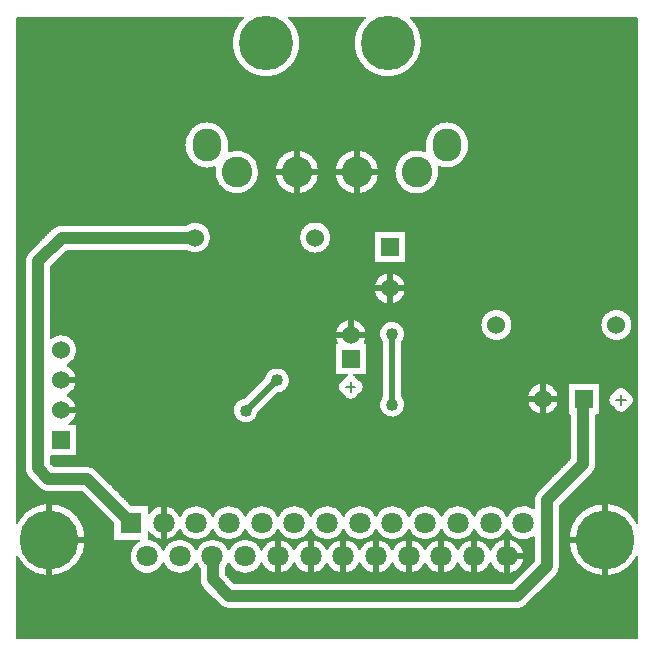
<source format=gbl>
G04 Layer_Physical_Order=2*
G04 Layer_Color=16711680*
%FSLAX24Y24*%
%MOIN*%
G70*
G01*
G75*
%ADD10C,0.0079*%
%ADD21C,0.0197*%
%ADD22C,0.0394*%
%ADD24C,0.1024*%
%ADD25C,0.0600*%
%ADD26R,0.0600X0.0600*%
%ADD27R,0.0600X0.0600*%
%ADD28C,0.0709*%
%ADD29R,0.0709X0.0709*%
%ADD30C,0.1969*%
%ADD31O,0.0945X0.1102*%
%ADD32C,0.1811*%
%ADD33C,0.0400*%
D10*
X95615Y54035D02*
G03*
X95615Y54035I-536J0D01*
G01*
X95493Y51792D02*
G03*
X94979Y51792I-257J-100D01*
G01*
X95669Y51535D02*
G03*
X95493Y51792I-276J0D01*
G01*
Y51278D02*
G03*
X95669Y51535I-100J257D01*
G01*
X94979Y51792D02*
G03*
X94979Y51278I100J-257D01*
G01*
D02*
G03*
X95493Y51278I257J100D01*
G01*
X94283Y49103D02*
G03*
X94409Y49409I-306J306D01*
G01*
X94283Y49103D02*
G03*
X94409Y49409I-306J306D01*
G01*
X93162Y51575D02*
G03*
X93162Y51575I-536J0D01*
G01*
X92450Y48495D02*
G03*
X92323Y48189I306J-306D01*
G01*
X92450Y48495D02*
G03*
X92323Y48189I306J-306D01*
G01*
X90173Y60034D02*
G03*
X90055Y60437I-748J0D01*
G01*
Y59630D02*
G03*
X90173Y60034I-630J404D01*
G01*
X90055Y60437D02*
G03*
X88795Y60437I-630J-325D01*
G01*
X88596Y63433D02*
G03*
X88220Y64281I-1142J0D01*
G01*
X88795Y60437D02*
G03*
X88706Y59827I630J-404D01*
G01*
X89155Y59300D02*
G03*
X90055Y59630I271J655D01*
G01*
X88706Y59827D02*
G03*
X89173Y59134I-281J-693D01*
G01*
D02*
G03*
X89155Y59300I-748J0D01*
G01*
X86690Y64281D02*
G03*
X88596Y63433I765J-848D01*
G01*
X87173Y59134D02*
G03*
X87173Y59134I-748J0D01*
G01*
X88056Y55254D02*
G03*
X88056Y55254I-536J0D01*
G01*
X91615Y54035D02*
G03*
X91615Y54035I-536J0D01*
G01*
X87933Y53460D02*
G03*
X88035Y53740I-335J280D01*
G01*
D02*
G03*
X87264Y53460I-436J0D01*
G01*
X88035Y51378D02*
G03*
X87933Y51658I-436J0D01*
G01*
X87264D02*
G03*
X88035Y51378I335J-280D01*
G01*
X86694Y53450D02*
G03*
X86757Y53701I-474J251D01*
G01*
D02*
G03*
X85747Y53450I-536J0D01*
G01*
X86654Y51968D02*
G03*
X86477Y52225I-276J0D01*
G01*
Y51712D02*
G03*
X86654Y51968I-100J257D01*
G01*
X86477Y52225D02*
G03*
X86334Y52377I-257J-100D01*
G01*
X86107D02*
G03*
X85963Y52225I113J-251D01*
G01*
D02*
G03*
X85963Y51712I100J-257D01*
G01*
D02*
G03*
X86477Y51712I257J100D01*
G01*
X95777Y47442D02*
G03*
X95777Y46320I-1084J-561D01*
G01*
X92323Y47917D02*
G03*
X91428Y47668I-350J-476D01*
G01*
D02*
G03*
X90338Y47668I-545J-227D01*
G01*
D02*
G03*
X89248Y47668I-545J-227D01*
G01*
X91428Y47214D02*
G03*
X92323Y46965I545J227D01*
G01*
X90338Y47214D02*
G03*
X91428Y47214I545J227D01*
G01*
X92014Y46321D02*
G03*
X90878Y46548I-591J0D01*
G01*
D02*
G03*
X89788Y46548I-545J-227D01*
G01*
X89248Y47214D02*
G03*
X90338Y47214I545J227D01*
G01*
X93062Y45678D02*
G03*
X93189Y45984I-306J306D01*
G01*
X93062Y45678D02*
G03*
X93189Y45984I-306J306D01*
G01*
X90878Y46094D02*
G03*
X92014Y46321I545J227D01*
G01*
X89788Y46094D02*
G03*
X90878Y46094I545J227D01*
G01*
X91772Y44567D02*
G03*
X92078Y44694I0J433D01*
G01*
X91772Y44567D02*
G03*
X92078Y44694I0J433D01*
G01*
X89248Y47668D02*
G03*
X88158Y47668I-545J-227D01*
G01*
Y47214D02*
G03*
X89248Y47214I545J227D01*
G01*
X89788Y46548D02*
G03*
X88698Y46548I-545J-227D01*
G01*
D02*
G03*
X87608Y46548I-545J-227D01*
G01*
X88158Y47668D02*
G03*
X87068Y47668I-545J-227D01*
G01*
D02*
G03*
X85978Y47668I-545J-227D01*
G01*
X87068Y47214D02*
G03*
X88158Y47214I545J227D01*
G01*
X85978D02*
G03*
X87068Y47214I545J227D01*
G01*
X87608Y46548D02*
G03*
X86518Y46548I-545J-227D01*
G01*
D02*
G03*
X85428Y46548I-545J-227D01*
G01*
X88698Y46094D02*
G03*
X89788Y46094I545J227D01*
G01*
X87608D02*
G03*
X88698Y46094I545J227D01*
G01*
X86518D02*
G03*
X87608Y46094I545J227D01*
G01*
X85428D02*
G03*
X86518Y46094I545J227D01*
G01*
X84541Y63433D02*
G03*
X84164Y64281I-1142J0D01*
G01*
X85173Y59134D02*
G03*
X85173Y59134I-748J0D01*
G01*
X82635Y64281D02*
G03*
X84541Y63433I765J-848D01*
G01*
X83173Y59134D02*
G03*
X82144Y59827I-748J0D01*
G01*
X81696Y59300D02*
G03*
X83173Y59134I729J-166D01*
G01*
X85570Y56949D02*
G03*
X85570Y56949I-536J0D01*
G01*
X84196Y52185D02*
G03*
X83332Y52270I-436J0D01*
G01*
X83758Y51749D02*
G03*
X84196Y52185I2J436D01*
G01*
X82678Y51616D02*
G03*
X83151Y51142I39J-434D01*
G01*
X82173Y60034D02*
G03*
X82055Y60437I-748J0D01*
G01*
X82144Y59827D02*
G03*
X82173Y60034I-719J207D01*
G01*
X82055Y60437D02*
G03*
X80795Y60437I-630J-325D01*
G01*
Y59630D02*
G03*
X81696Y59300I630J325D01*
G01*
X80795Y60437D02*
G03*
X80795Y59630I630J-404D01*
G01*
X81570Y56949D02*
G03*
X80717Y57382I-536J0D01*
G01*
X76585D02*
G03*
X76278Y57255I0J-433D01*
G01*
X76585Y57382D02*
G03*
X76278Y57255I0J-433D01*
G01*
X80717Y56516D02*
G03*
X81570Y56949I316J433D01*
G01*
X75481Y56458D02*
G03*
X75354Y56152I306J-306D01*
G01*
X75481Y56458D02*
G03*
X75354Y56152I306J-306D01*
G01*
X76769Y52697D02*
G03*
X77111Y53197I-194J500D01*
G01*
Y52197D02*
G03*
X76769Y52697I-536J0D01*
G01*
X77111Y53197D02*
G03*
X76220Y53599I-536J0D01*
G01*
X76769Y51697D02*
G03*
X77111Y52197I-194J500D01*
G01*
Y51197D02*
G03*
X76769Y51697I-536J0D01*
G01*
X76844Y50733D02*
G03*
X77111Y51197I-269J464D01*
G01*
X85978Y47668D02*
G03*
X84888Y47668I-545J-227D01*
G01*
D02*
G03*
X83798Y47668I-545J-227D01*
G01*
X84888Y47214D02*
G03*
X85978Y47214I545J227D01*
G01*
X83798D02*
G03*
X84888Y47214I545J227D01*
G01*
X85428Y46548D02*
G03*
X84338Y46548I-545J-227D01*
G01*
D02*
G03*
X83248Y46548I-545J-227D01*
G01*
X83798Y47668D02*
G03*
X82708Y47668I-545J-227D01*
G01*
Y47214D02*
G03*
X83798Y47214I545J227D01*
G01*
X82708Y47668D02*
G03*
X81618Y47668I-545J-227D01*
G01*
Y47214D02*
G03*
X82708Y47214I545J227D01*
G01*
X82158Y46548D02*
G03*
X81068Y46548I-545J-227D01*
G01*
X83248D02*
G03*
X82158Y46548I-545J-227D01*
G01*
X81618Y47668D02*
G03*
X80528Y47668I-545J-227D01*
G01*
Y47214D02*
G03*
X81618Y47214I545J227D01*
G01*
X84338Y46094D02*
G03*
X85428Y46094I545J227D01*
G01*
X83248D02*
G03*
X84338Y46094I545J227D01*
G01*
X82158D02*
G03*
X83248Y46094I545J227D01*
G01*
X82047Y45921D02*
G03*
X82158Y46094I-434J400D01*
G01*
X81181Y45551D02*
G03*
X81308Y45245I433J0D01*
G01*
X81181Y45551D02*
G03*
X81308Y45245I433J0D01*
G01*
X81859Y44694D02*
G03*
X82165Y44567I306J306D01*
G01*
X81859Y44694D02*
G03*
X82165Y44567I306J306D01*
G01*
X77743Y49204D02*
G03*
X77436Y49331I-306J-306D01*
G01*
X77743Y49204D02*
G03*
X77436Y49331I-306J-306D01*
G01*
X80528Y47668D02*
G03*
X79484Y47756I-545J-227D01*
G01*
Y47126D02*
G03*
X80528Y47214I499J315D01*
G01*
X75835Y48592D02*
G03*
X76142Y48465I307J306D01*
G01*
X75354Y49252D02*
G03*
X75482Y48945I433J0D01*
G01*
X75354Y49252D02*
G03*
X75481Y48946I433J0D01*
G01*
X75836Y48591D02*
G03*
X76142Y48465I306J306D01*
G01*
X77394Y46881D02*
G03*
X75089Y47442I-1220J0D01*
G01*
X79978Y46548D02*
G03*
X79484Y46909I-545J-227D01*
G01*
X81068Y46094D02*
G03*
X81181Y45918I545J227D01*
G01*
X81068Y46548D02*
G03*
X79978Y46548I-545J-227D01*
G01*
Y46094D02*
G03*
X81068Y46094I545J227D01*
G01*
X79171Y46850D02*
G03*
X79978Y46094I262J-529D01*
G01*
X75089Y46320D02*
G03*
X77394Y46881I1084J561D01*
G01*
X90173Y60059D02*
X95777D01*
X90172Y60000D02*
X95777D01*
X90159Y60177D02*
X95777D01*
X90168Y60118D02*
X95777D01*
X95610Y54108D02*
Y64281D01*
X90167Y59941D02*
X95777D01*
X95551Y54289D02*
Y64281D01*
X90070Y60413D02*
X95777D01*
X90101Y60354D02*
X95777D01*
X90036Y60472D02*
X95777D01*
X90145Y60236D02*
X95777D01*
X90158Y59882D02*
X95777D01*
X90126Y60295D02*
X95777D01*
X95526Y54331D02*
X95777D01*
X95560Y54272D02*
X95777D01*
X95420Y54449D02*
X95777D01*
X95481Y54390D02*
X95777D01*
X95602Y54153D02*
X95777D01*
X95612Y54094D02*
X95777D01*
X95585Y54212D02*
X95777D01*
X90123Y59764D02*
X95777D01*
X90097Y59705D02*
X95777D01*
X90143Y59823D02*
X95777D01*
X95151Y54567D02*
X95777D01*
X95333Y54508D02*
X95777D01*
X90065Y59646D02*
X95777D01*
X95256Y54542D02*
Y64281D01*
X95315Y54517D02*
Y64281D01*
X95138Y54568D02*
Y64281D01*
X95197Y54559D02*
Y64281D01*
X95433Y54438D02*
Y64281D01*
X95492Y54377D02*
Y64281D01*
X95374Y54483D02*
Y64281D01*
X95020Y54568D02*
Y64281D01*
X95079Y54572D02*
Y64281D01*
X94960Y54558D02*
Y64281D01*
X94842Y54517D02*
Y64281D01*
X94901Y54541D02*
Y64281D01*
X94724Y54438D02*
Y64281D01*
X94665Y54377D02*
Y64281D01*
X94783Y54483D02*
Y64281D01*
X94606Y54289D02*
Y64281D01*
X91585Y54212D02*
X94573D01*
X94547Y54105D02*
Y64281D01*
X91602Y54153D02*
X94556D01*
X91612Y54094D02*
X94546D01*
X91151Y54567D02*
X95007D01*
X91333Y54508D02*
X94825D01*
X91420Y54449D02*
X94737D01*
X91481Y54390D02*
X94676D01*
X91526Y54331D02*
X94631D01*
X91560Y54272D02*
X94597D01*
X94488Y52111D02*
Y64281D01*
X94252Y52111D02*
Y64281D01*
X94429Y52111D02*
Y64281D01*
X94370Y52111D02*
Y64281D01*
X95669Y51546D02*
Y64281D01*
X94311Y52111D02*
Y64281D01*
X93956Y52111D02*
Y64281D01*
X94016Y52111D02*
Y64281D01*
X93897Y52111D02*
Y64281D01*
X94134Y52111D02*
Y64281D01*
X94193Y52111D02*
Y64281D01*
X94075Y52111D02*
Y64281D01*
X95602Y53917D02*
X95777D01*
X95585Y53858D02*
X95777D01*
X95615Y54035D02*
X95777D01*
X95612Y53976D02*
X95777D01*
X95610Y51706D02*
Y53963D01*
X95560Y53799D02*
X95777D01*
X94606Y48098D02*
Y53782D01*
X91612Y53976D02*
X94546D01*
X91602Y53917D02*
X94556D01*
X91615Y54035D02*
X94543D01*
X91585Y53858D02*
X94573D01*
X91560Y53799D02*
X94597D01*
X94547Y48093D02*
Y53966D01*
X92894Y52040D02*
Y64281D01*
X92953Y52000D02*
Y64281D01*
X92775Y52090D02*
Y64281D01*
X92834Y52069D02*
Y64281D01*
X93071Y51875D02*
Y64281D01*
X93130Y51759D02*
Y64281D01*
X93012Y51947D02*
Y64281D01*
X92598Y52110D02*
Y64281D01*
X92657Y52110D02*
Y64281D01*
X92539Y52104D02*
Y64281D01*
X92480Y52091D02*
Y64281D01*
X92716Y52103D02*
Y64281D01*
X92421Y52070D02*
Y64281D01*
X93602Y52111D02*
Y64281D01*
X93661Y52111D02*
Y64281D01*
X93543Y52111D02*
Y64281D01*
X93779Y52111D02*
Y64281D01*
X93838Y52111D02*
Y64281D01*
X93720Y52111D02*
Y64281D01*
X93425Y49471D02*
Y64281D01*
X93484Y52111D02*
Y64281D01*
X93366Y49411D02*
Y64281D01*
X93248Y49293D02*
Y64281D01*
X93307Y49352D02*
Y64281D01*
X93189Y49234D02*
Y64281D01*
X88292Y62657D02*
X95777D01*
X89696Y60768D02*
X95777D01*
X88388Y62775D02*
X95777D01*
X88344Y62716D02*
X95777D01*
X89888Y60649D02*
X95777D01*
X89949Y60590D02*
X95777D01*
X89809Y60709D02*
X95777D01*
X88165Y62539D02*
X95777D01*
X88084Y62480D02*
X95777D01*
X88234Y62598D02*
X95777D01*
X87850Y62362D02*
X95777D01*
X87618Y62303D02*
X95777D01*
X87983Y62421D02*
X95777D01*
X89990Y59527D02*
X95777D01*
X89940Y59468D02*
X95777D01*
X89997Y60531D02*
X95777D01*
X90030Y59587D02*
X95777D01*
X89794Y59350D02*
X95777D01*
X89673Y59291D02*
X95777D01*
X89877Y59409D02*
X95777D01*
X89172Y59173D02*
X95777D01*
X89173Y59114D02*
X95777D01*
X89167Y59232D02*
X95777D01*
X89160Y58996D02*
X95777D01*
X89147Y58937D02*
X95777D01*
X89169Y59055D02*
X95777D01*
X88522Y63838D02*
X95777D01*
X88543Y63779D02*
X95777D01*
X88469Y63957D02*
X95777D01*
X88498Y63898D02*
X95777D01*
X88573Y63661D02*
X95777D01*
X88584Y63602D02*
X95777D01*
X88560Y63720D02*
X95777D01*
X88250Y64252D02*
X95777D01*
X88307Y64193D02*
X95777D01*
X88220Y64281D02*
X95777D01*
X88399Y64075D02*
X95777D01*
X88437Y64016D02*
X95777D01*
X88356Y64134D02*
X95777D01*
X88596Y63425D02*
X95777D01*
X88594Y63366D02*
X95777D01*
X88591Y63543D02*
X95777D01*
X88595Y63484D02*
X95777D01*
X88581Y63248D02*
X95777D01*
X88570Y63189D02*
X95777D01*
X88589Y63307D02*
X95777D01*
X88537Y63071D02*
X95777D01*
X88516Y63012D02*
X95777D01*
X88555Y63130D02*
X95777D01*
X88461Y62894D02*
X95777D01*
X88427Y62835D02*
X95777D01*
X88490Y62953D02*
X95777D01*
X88056Y56398D02*
X95777D01*
X88056Y56338D02*
X95777D01*
X88056Y56516D02*
X95777D01*
X88056Y56457D02*
X95777D01*
X88056Y56220D02*
X95777D01*
X88056Y56161D02*
X95777D01*
X88056Y56279D02*
X95777D01*
X87728Y55748D02*
X95777D01*
X87833Y55689D02*
X95777D01*
X88056Y56102D02*
X95777D01*
X87952Y55571D02*
X95777D01*
X87990Y55512D02*
X95777D01*
X87902Y55630D02*
X95777D01*
X88050Y55335D02*
X95777D01*
X88055Y55275D02*
X95777D01*
X88018Y55453D02*
X95777D01*
X88037Y55394D02*
X95777D01*
X88047Y55157D02*
X95777D01*
X88033Y55098D02*
X95777D01*
X88055Y55216D02*
X95777D01*
X87981Y54980D02*
X95777D01*
X87940Y54921D02*
X95777D01*
X88011Y55039D02*
X95777D01*
X87810Y54803D02*
X95777D01*
X87685Y54744D02*
X95777D01*
X87886Y54862D02*
X95777D01*
X89073Y58760D02*
X95777D01*
X89035Y58701D02*
X95777D01*
X89128Y58878D02*
X95777D01*
X89104Y58819D02*
X95777D01*
X88931Y58583D02*
X95777D01*
X88858Y58524D02*
X95777D01*
X88988Y58642D02*
X95777D01*
X88595Y58405D02*
X95777D01*
X85194Y57461D02*
X95777D01*
X88759Y58464D02*
X95777D01*
X85398Y57342D02*
X95777D01*
X85453Y57283D02*
X95777D01*
X85321Y57401D02*
X95777D01*
X88056Y56811D02*
X95777D01*
X88056Y56752D02*
X95777D01*
X88056Y56870D02*
X95777D01*
X88056Y56634D02*
X95777D01*
X88056Y56575D02*
X95777D01*
X88056Y56693D02*
X95777D01*
X85524Y57165D02*
X95777D01*
X88056Y57106D02*
X95777D01*
X85494Y57224D02*
X95777D01*
X88056Y56988D02*
X95777D01*
X88056Y56929D02*
X95777D01*
X88056Y57047D02*
X95777D01*
X95420Y53622D02*
X95777D01*
X95407Y51909D02*
X95777D01*
X95526Y53740D02*
X95777D01*
X95481Y53681D02*
X95777D01*
X95551Y51762D02*
Y53781D01*
X95462Y51850D02*
X95777D01*
X95492Y51796D02*
Y53694D01*
X95149Y53504D02*
X95777D01*
X94532Y52087D02*
X95777D01*
X95332Y53563D02*
X95777D01*
X94532Y52027D02*
X95777D01*
X95244Y51968D02*
X95777D01*
X95658Y51614D02*
X95777D01*
X95669Y51555D02*
X95777D01*
X95587Y51732D02*
X95777D01*
X95632Y51673D02*
X95777D01*
X95651Y51437D02*
X95777D01*
X95620Y51378D02*
X95777D01*
X95666Y51496D02*
X95777D01*
X95496Y51791D02*
X95777D01*
X95564Y51319D02*
X95777D01*
X95485Y51260D02*
X95777D01*
X95447Y51201D02*
X95777D01*
X95315Y51957D02*
Y53554D01*
X95256Y51968D02*
Y53529D01*
X95197Y51966D02*
Y53512D01*
X95138Y51950D02*
Y53502D01*
X95433Y51886D02*
Y53633D01*
X95374Y51932D02*
Y53588D01*
X95079Y51919D02*
Y53499D01*
X94532Y51968D02*
X95229D01*
X94532Y51909D02*
X95066D01*
X95020Y51863D02*
Y53502D01*
X94901Y51746D02*
Y53529D01*
X94960Y51784D02*
Y53512D01*
X94842Y51677D02*
Y53554D01*
X94532Y51850D02*
X95010D01*
X94532Y51791D02*
X94976D01*
X94532Y51732D02*
X94886D01*
X94532Y51673D02*
X94840D01*
X94532Y51614D02*
X94815D01*
X94532Y51555D02*
X94804D01*
X94532Y51437D02*
X94821D01*
X94532Y51378D02*
X94853D01*
X94532Y51496D02*
X94806D01*
X94532Y51260D02*
X94987D01*
X94532Y51201D02*
X95025D01*
X94532Y51319D02*
X94908D01*
X94409Y51024D02*
X95777D01*
X94409Y50964D02*
X95777D01*
X95378Y51142D02*
X95777D01*
X94532Y51083D02*
X95777D01*
X94409Y50846D02*
X95777D01*
X94409Y50787D02*
X95777D01*
X94409Y50905D02*
X95777D01*
X94409Y50669D02*
X95777D01*
X94409Y50610D02*
X95777D01*
X94409Y50728D02*
X95777D01*
X94409Y50492D02*
X95777D01*
X94409Y50433D02*
X95777D01*
X94409Y50551D02*
X95777D01*
X94409Y50256D02*
X95777D01*
X94409Y50197D02*
X95777D01*
X94409Y50374D02*
X95777D01*
X94409Y50315D02*
X95777D01*
X94409Y50079D02*
X95777D01*
X94409Y50020D02*
X95777D01*
X94409Y50138D02*
X95777D01*
X94409Y49901D02*
X95777D01*
X94409Y49842D02*
X95777D01*
X94409Y49961D02*
X95777D01*
X94409Y49429D02*
X95777D01*
X94408Y49370D02*
X95777D01*
X94409Y49783D02*
X95777D01*
X94960Y48072D02*
Y51287D01*
X94842Y48092D02*
Y51394D01*
X94901Y48084D02*
Y51324D01*
X95079Y48039D02*
Y51152D01*
X95138Y48018D02*
Y51121D01*
X95020Y48057D02*
Y51208D01*
X94532Y51039D02*
Y52111D01*
Y51142D02*
X95094D01*
X94409Y51039D02*
X94532D01*
X94724Y48101D02*
Y53633D01*
X94783Y48098D02*
Y53588D01*
X94665Y48101D02*
Y53694D01*
X94409Y49724D02*
X95777D01*
X94409Y49665D02*
X95777D01*
X94409Y49409D02*
Y51039D01*
X94488Y48084D02*
Y51039D01*
X94965Y48071D02*
X95777D01*
X94429Y48072D02*
Y51039D01*
X94409Y49547D02*
X95777D01*
X94409Y49488D02*
X95777D01*
X94409Y49606D02*
X95777D01*
X94398Y49311D02*
X95777D01*
X94380Y49252D02*
X95777D01*
X94370Y48058D02*
Y49229D01*
X91149Y53504D02*
X95009D01*
X87933Y53445D02*
X95777D01*
X91420Y53622D02*
X94737D01*
X91332Y53563D02*
X94825D01*
X87933Y53327D02*
X95777D01*
X87933Y53268D02*
X95777D01*
X87933Y53386D02*
X95777D01*
X87933Y53149D02*
X95777D01*
X87933Y53090D02*
X95777D01*
X87933Y53209D02*
X95777D01*
X87933Y52972D02*
X95777D01*
X87933Y52913D02*
X95777D01*
X87933Y53031D02*
X95777D01*
X87933Y52382D02*
X95777D01*
X87933Y52323D02*
X95777D01*
X87933Y52500D02*
X95777D01*
X87933Y52441D02*
X95777D01*
X87933Y52205D02*
X95777D01*
X87933Y52146D02*
X95777D01*
X87933Y52264D02*
X95777D01*
X87933Y52795D02*
X95777D01*
X87933Y52736D02*
X95777D01*
X87933Y52854D02*
X95777D01*
X87933Y52618D02*
X95777D01*
X87933Y52559D02*
X95777D01*
X87933Y52677D02*
X95777D01*
X93460Y52111D02*
X94532D01*
X92990Y51968D02*
X93460D01*
X93045Y51909D02*
X93460D01*
X93086Y51850D02*
X93460D01*
X93139Y51732D02*
X93460D01*
X93153Y51673D02*
X93460D01*
X93117Y51791D02*
X93460D01*
X91526Y53740D02*
X94631D01*
X91481Y53681D02*
X94676D01*
X92786Y52087D02*
X93460D01*
X92914Y52027D02*
X93460D01*
X87933Y52087D02*
X92466D01*
X93162Y51555D02*
X93460D01*
X93156Y51496D02*
X93460D01*
X93161Y51614D02*
X93460D01*
X93125Y51378D02*
X93460D01*
X93097Y51319D02*
X93460D01*
X93144Y51437D02*
X93460D01*
X93060Y51260D02*
X93460D01*
X93010Y51201D02*
X93460D01*
X92942Y51142D02*
X93460D01*
X87919Y51083D02*
X92413D01*
X94351Y49193D02*
X95777D01*
X94310Y49134D02*
X95777D01*
X94311Y48040D02*
Y49134D01*
X94254Y49075D02*
X95777D01*
X94252Y48019D02*
Y49072D01*
X94195Y49016D02*
X95777D01*
X94136Y48957D02*
X95777D01*
X87737Y50964D02*
X93543D01*
X94077Y48898D02*
X95777D01*
X94018Y48838D02*
X95777D01*
X92450Y48495D02*
X93543Y49589D01*
X93841Y48661D02*
X95777D01*
X93782Y48602D02*
X95777D01*
X93959Y48779D02*
X95777D01*
X93900Y48720D02*
X95777D01*
X93664Y48484D02*
X95777D01*
X93604Y48425D02*
X95777D01*
X93723Y48543D02*
X95777D01*
X93486Y48307D02*
X95777D01*
X93427Y48248D02*
X95777D01*
X93545Y48366D02*
X95777D01*
X93368Y48189D02*
X95777D01*
X93309Y48130D02*
X95777D01*
X93250Y48071D02*
X94421D01*
X93460Y51039D02*
Y52111D01*
X92839Y51083D02*
X93460D01*
X93130Y49175D02*
Y51391D01*
X93071Y49116D02*
Y51275D01*
X93012Y49057D02*
Y51202D01*
X92953Y48998D02*
Y51149D01*
X92894Y48939D02*
Y51110D01*
X92834Y48880D02*
Y51081D01*
X92421Y48464D02*
Y51079D01*
X92775Y48821D02*
Y51060D01*
X92362Y48369D02*
Y51108D01*
X93543Y49589D02*
Y51039D01*
X93460D02*
X93543D01*
X93543Y49589D02*
Y51039D01*
X92716Y48762D02*
Y51046D01*
X93484Y49530D02*
Y51039D01*
X92657Y48703D02*
Y51039D01*
X92598Y48644D02*
Y51039D01*
X87853Y51024D02*
X93543D01*
X92539Y48585D02*
Y51046D01*
X92480Y48526D02*
Y51059D01*
X89882Y60655D02*
Y64281D01*
X89941Y60599D02*
Y64281D01*
X89764Y60735D02*
Y64281D01*
X89823Y60699D02*
Y64281D01*
X90059Y60431D02*
Y64281D01*
X90118Y60316D02*
Y64281D01*
X90000Y60527D02*
Y64281D01*
X89527Y60814D02*
Y64281D01*
X89586Y60803D02*
Y64281D01*
X89468Y60820D02*
Y64281D01*
X89645Y60786D02*
Y64281D01*
X89705Y60764D02*
Y64281D01*
X88996Y60676D02*
Y64281D01*
X89350Y60817D02*
Y64281D01*
X89409Y60821D02*
Y64281D01*
X89232Y60794D02*
Y64281D01*
X89291Y60808D02*
Y64281D01*
X89173Y60775D02*
Y64281D01*
X89055Y60717D02*
Y64281D01*
X89114Y60749D02*
Y64281D01*
X88937Y60626D02*
Y64281D01*
X88878Y60563D02*
Y64281D01*
X88819Y60479D02*
Y64281D01*
X88701Y60220D02*
Y64281D01*
X88760Y60375D02*
Y64281D01*
X88523Y63835D02*
Y64281D01*
X88582Y63611D02*
Y64281D01*
X88642Y59850D02*
Y64281D01*
X88582Y59865D02*
Y63255D01*
X88523Y59875D02*
Y63031D01*
X88346Y64146D02*
Y64281D01*
X88405Y64065D02*
Y64281D01*
X88287Y64214D02*
Y64281D01*
X88464Y63966D02*
Y64281D01*
Y59881D02*
Y62900D01*
X88405Y59882D02*
Y62801D01*
X88439Y59882D02*
X88693D01*
X88346Y59878D02*
Y62720D01*
X88287Y59869D02*
Y62652D01*
X88228Y59855D02*
Y62593D01*
X88169Y59837D02*
Y62542D01*
X88110Y59812D02*
Y62498D01*
X88051Y59782D02*
Y62459D01*
X87992Y59744D02*
Y62426D01*
X87933Y59697D02*
Y62396D01*
X87874Y59639D02*
Y62371D01*
X87815Y59566D02*
Y62350D01*
X91181Y54562D02*
Y64281D01*
X91240Y54547D02*
Y64281D01*
X91063Y54571D02*
Y64281D01*
X91122Y54570D02*
Y64281D01*
X91358Y54493D02*
Y64281D01*
X91417Y54451D02*
Y64281D01*
X91299Y54524D02*
Y64281D01*
X90945Y54555D02*
Y64281D01*
X91004Y54566D02*
Y64281D01*
X90886Y54536D02*
Y64281D01*
X90768Y54472D02*
Y64281D01*
X90827Y54509D02*
Y64281D01*
X90708Y54423D02*
Y64281D01*
X92303Y52003D02*
Y64281D01*
X92362Y52042D02*
Y64281D01*
X92185Y51880D02*
Y64281D01*
X92244Y51951D02*
Y64281D01*
X92067Y48024D02*
Y64281D01*
X92126Y51768D02*
Y64281D01*
X92008Y48030D02*
Y64281D01*
X91535Y54317D02*
Y64281D01*
X91594Y54183D02*
Y64281D01*
X91476Y54395D02*
Y64281D01*
X91890Y48026D02*
Y64281D01*
X91949Y48031D02*
Y64281D01*
X91831Y48014D02*
Y64281D01*
X90649Y54357D02*
Y64281D01*
X87756Y59468D02*
Y62332D01*
X87697Y59304D02*
Y62317D01*
X90590Y54257D02*
Y64281D01*
X89882Y48025D02*
Y59413D01*
X89823Y48031D02*
Y59368D01*
X87638Y57160D02*
Y62306D01*
X87579Y57160D02*
Y62298D01*
X87520Y57160D02*
Y62293D01*
X87460Y57160D02*
Y62291D01*
X87401Y57160D02*
Y62293D01*
X89173Y59150D02*
Y59293D01*
X88051Y57160D02*
Y58486D01*
X89764Y48031D02*
Y59332D01*
X89705Y48025D02*
Y59304D01*
X88819Y48020D02*
Y58498D01*
X87756Y57160D02*
Y58800D01*
X87815Y57160D02*
Y58701D01*
X87697Y57160D02*
Y58964D01*
X87933Y57160D02*
Y58571D01*
X87992Y57160D02*
Y58524D01*
X87874Y57160D02*
Y58628D01*
X86811Y59775D02*
Y62490D01*
X86870Y59735D02*
Y62452D01*
X86693Y59832D02*
Y62583D01*
X86752Y59807D02*
Y62533D01*
X86988Y59627D02*
Y62391D01*
X87047Y59550D02*
Y62367D01*
X86929Y59687D02*
Y62420D01*
X86634Y64226D02*
Y64281D01*
X86575Y64160D02*
Y64281D01*
Y59867D02*
Y62706D01*
X86634Y59852D02*
Y62640D01*
X86516Y59876D02*
Y62784D01*
X87061Y59527D02*
X87789D01*
X87094Y59468D02*
X87756D01*
X87106Y59444D02*
Y62346D01*
X87121Y59409D02*
X87730D01*
X87141Y59350D02*
X87709D01*
X87156Y59291D02*
X87694D01*
X87165Y59243D02*
Y62329D01*
X86439Y59882D02*
X88412D01*
X86717Y59823D02*
X88134D01*
X86829Y59764D02*
X88022D01*
X86909Y59705D02*
X87942D01*
X86971Y59646D02*
X87880D01*
X87021Y59587D02*
X87830D01*
X86457Y63987D02*
Y64281D01*
X86516Y64082D02*
Y64281D01*
X86338Y63673D02*
Y64281D01*
X86397Y63864D02*
Y64281D01*
X86220Y59853D02*
Y64281D01*
X86279Y59868D02*
Y64281D01*
X86161Y59834D02*
Y64281D01*
X86043Y59777D02*
Y64281D01*
X86102Y59809D02*
Y64281D01*
X85984Y59738D02*
Y64281D01*
X85866Y59631D02*
Y64281D01*
X85925Y59690D02*
Y64281D01*
X85157Y59287D02*
Y64281D01*
X86397Y59881D02*
Y63002D01*
X86457Y59881D02*
Y62879D01*
X85807Y59555D02*
Y64281D01*
X86338Y59877D02*
Y63193D01*
X85748Y59451D02*
Y64281D01*
X85156Y59291D02*
X85694D01*
X85689Y59265D02*
Y64281D01*
X85061Y59527D02*
X85789D01*
X85094Y59468D02*
X85756D01*
X85039Y59561D02*
Y64281D01*
X85121Y59409D02*
X85730D01*
X85141Y59350D02*
X85709D01*
X85098Y59460D02*
Y64281D01*
X87167Y59232D02*
X87684D01*
X87169Y59055D02*
X87681D01*
X87172Y59173D02*
X87678D01*
X87173Y59114D02*
X87677D01*
X87283Y57160D02*
Y62304D01*
X87342Y57160D02*
Y62297D01*
X87224Y57160D02*
Y62315D01*
X87165Y57160D02*
Y59024D01*
X87128Y58878D02*
X87722D01*
X87104Y58819D02*
X87747D01*
X87160Y58996D02*
X87690D01*
X87147Y58937D02*
X87704D01*
X87106Y57160D02*
Y58824D01*
X87073Y58760D02*
X87777D01*
X87047Y57160D02*
Y58718D01*
X86988Y58642D02*
X87862D01*
X86931Y58583D02*
X87920D01*
X87035Y58701D02*
X87815D01*
X86988Y57160D02*
Y58641D01*
X86858Y58524D02*
X87993D01*
X86043Y54207D02*
Y58491D01*
X85394Y57346D02*
Y64281D01*
X85453Y57283D02*
Y64281D01*
X85275Y57427D02*
Y64281D01*
X85334Y57393D02*
Y64281D01*
X85571Y48015D02*
Y64281D01*
X85689Y53771D02*
Y59002D01*
X85512Y57191D02*
Y64281D01*
X85167Y59232D02*
X85684D01*
X85172Y59173D02*
X85678D01*
X85173Y59114D02*
X85677D01*
X85169Y59055D02*
X85681D01*
X85160Y58996D02*
X85690D01*
X85216Y57453D02*
Y64281D01*
X85925Y54148D02*
Y58578D01*
X85984Y54182D02*
Y58530D01*
X85157Y57471D02*
Y58980D01*
X85807Y54042D02*
Y58713D01*
X85866Y54103D02*
Y58637D01*
X85748Y53954D02*
Y58816D01*
X85128Y58878D02*
X85722D01*
X85104Y58819D02*
X85747D01*
X85147Y58937D02*
X85704D01*
X85098Y57481D02*
Y58807D01*
X85073Y58760D02*
X85777D01*
X85039Y57485D02*
Y58707D01*
X88056Y56088D02*
Y57160D01*
X87874Y55657D02*
Y56088D01*
X87756Y55735D02*
Y56088D01*
X87815Y55702D02*
Y56088D01*
X87992Y55508D02*
Y56088D01*
X88051Y55326D02*
Y56088D01*
X87933Y55596D02*
Y56088D01*
X86759Y58464D02*
X88091D01*
X86983Y57160D02*
X88056D01*
X86983Y56088D02*
X88056D01*
X87697Y55760D02*
Y56088D01*
X87965Y53976D02*
X90546D01*
X87997Y53917D02*
X90556D01*
X87992Y53928D02*
Y55000D01*
X87933Y54020D02*
Y54912D01*
X88031Y53799D02*
X90597D01*
X88035Y53740D02*
X90631D01*
X88018Y53858D02*
X90573D01*
X87815Y54119D02*
Y54806D01*
X87738Y54153D02*
X90556D01*
X87756Y54147D02*
Y54773D01*
X87853Y54094D02*
X90546D01*
X87920Y54035D02*
X90543D01*
X87874Y54078D02*
Y54851D01*
X87579Y55787D02*
Y56088D01*
X87638Y55777D02*
Y56088D01*
X87460Y55787D02*
Y56088D01*
X87520Y55790D02*
Y56088D01*
X87342Y55760D02*
Y56088D01*
X87401Y55777D02*
Y56088D01*
X87283Y55735D02*
Y56088D01*
X87165Y55656D02*
Y56088D01*
X87224Y55701D02*
Y56088D01*
X86983D02*
Y57160D01*
X87047Y55507D02*
Y56088D01*
X87106Y55595D02*
Y56088D01*
X86988Y55324D02*
Y56088D01*
X87638Y54175D02*
Y54731D01*
X87579Y54176D02*
Y54721D01*
X87697Y54165D02*
Y54748D01*
X87520Y54169D02*
Y54718D01*
X87460Y54154D02*
Y54721D01*
X87401Y54129D02*
Y54731D01*
X87342Y54093D02*
Y54748D01*
X87224Y53964D02*
Y54807D01*
X87283Y54042D02*
Y54773D01*
X87165Y53791D02*
Y54852D01*
X90886Y48031D02*
Y53535D01*
X88031Y53681D02*
X90676D01*
X90827Y48029D02*
Y53562D01*
X90945Y48028D02*
Y53516D01*
X91004Y48019D02*
Y53504D01*
X90768Y48020D02*
Y53599D01*
X87997Y53563D02*
X90825D01*
X87965Y53504D02*
X91009D01*
X88018Y53622D02*
X90737D01*
X87933Y52027D02*
X92339D01*
X87933Y51968D02*
X92262D01*
X87933Y51909D02*
X92207D01*
X88031Y51437D02*
X92108D01*
X88035Y51378D02*
X92127D01*
X87997Y51555D02*
X92090D01*
X88018Y51496D02*
X92096D01*
X88018Y51260D02*
X92192D01*
X87997Y51201D02*
X92242D01*
X88031Y51319D02*
X92155D01*
X87933Y51850D02*
X92166D01*
X87933Y51791D02*
X92135D01*
X87933Y51732D02*
X92113D01*
X87933Y51673D02*
X92099D01*
X87965Y51142D02*
X92310D01*
X87965Y51614D02*
X92091D01*
X88701Y48031D02*
Y58438D01*
X87992Y51566D02*
Y53552D01*
X87933Y51658D02*
Y53460D01*
X88760Y48029D02*
Y58465D01*
X88642Y48028D02*
Y58418D01*
X88582Y48019D02*
Y58403D01*
X86757Y52972D02*
X87264D01*
X86757Y52913D02*
X87264D01*
X87224Y51602D02*
Y53516D01*
X87264Y51658D02*
Y53460D01*
X87165Y51429D02*
Y53689D01*
X87638Y48031D02*
Y50943D01*
X87579Y48030D02*
Y50942D01*
X87756Y48014D02*
Y50971D01*
X87697Y48026D02*
Y50953D01*
X87520Y48024D02*
Y50949D01*
X86757Y52795D02*
X87264D01*
X86757Y52736D02*
X87264D01*
X86757Y52854D02*
X87264D01*
X86757Y52441D02*
X87264D01*
X86757Y52677D02*
X87264D01*
X86595Y58405D02*
X88255D01*
X86381Y54212D02*
X90573D01*
X85568Y56988D02*
X86983D01*
X85569Y56929D02*
X86983D01*
X86508Y54153D02*
X87459D01*
X86585Y54094D02*
X87344D01*
X86640Y54035D02*
X87277D01*
X85552Y56811D02*
X86983D01*
X85532Y56752D02*
X86983D01*
X85564Y56870D02*
X86983D01*
X85467Y56634D02*
X86983D01*
X85246Y56457D02*
X86983D01*
X85505Y56693D02*
X86983D01*
X86751Y53622D02*
X87179D01*
X86757Y53445D02*
X87264D01*
X86755Y53740D02*
X87162D01*
X86756Y53681D02*
X87166D01*
X86757Y53327D02*
X87264D01*
X86757Y53268D02*
X87264D01*
X86757Y53386D02*
X87264D01*
X86681Y53976D02*
X87232D01*
X86711Y53917D02*
X87200D01*
X86733Y53858D02*
X87178D01*
X86739Y53563D02*
X87200D01*
X86719Y53504D02*
X87232D01*
X86748Y53799D02*
X87166D01*
X86575Y54103D02*
Y58401D01*
X86516Y54149D02*
Y58391D01*
X86457Y54182D02*
Y58386D01*
X86397Y54207D02*
Y58386D01*
X86752Y53773D02*
Y58461D01*
X86693Y53955D02*
Y58435D01*
X86634Y54043D02*
Y58415D01*
X86279Y54234D02*
Y58400D01*
X85546Y57106D02*
X86983D01*
X86220Y54237D02*
Y58414D01*
X86161Y54234D02*
Y58434D01*
X86338Y54224D02*
Y58391D01*
X86102Y54224D02*
Y58459D01*
X86694Y53450D02*
X86757D01*
X86752D02*
Y53628D01*
X85689Y53450D02*
Y53631D01*
X85418Y56575D02*
X86983D01*
X85350Y56516D02*
X86983D01*
X85561Y57047D02*
X86983D01*
X85684Y53450D02*
X85747D01*
X86757Y53090D02*
X87264D01*
X86757Y53031D02*
X87264D01*
X86757Y53209D02*
X87264D01*
X86757Y53149D02*
X87264D01*
X86757Y52618D02*
X87264D01*
X86757Y52559D02*
X87264D01*
X86757Y52377D02*
Y53450D01*
Y52500D02*
X87264D01*
X86757Y52382D02*
X87264D01*
X86334Y52377D02*
X86757D01*
X86413Y52323D02*
X87264D01*
X86459Y52264D02*
X87264D01*
X86647Y52027D02*
X87264D01*
X86654Y51968D02*
X87264D01*
X86589Y52146D02*
X87264D01*
X86627Y52087D02*
X87264D01*
X86627Y51850D02*
X87264D01*
X86589Y51791D02*
X87264D01*
X86647Y51909D02*
X87264D01*
X86520Y52205D02*
X87264D01*
X86520Y51732D02*
X87264D01*
X86459Y51673D02*
X87264D01*
X86413Y51614D02*
X87232D01*
X86322Y51555D02*
X87200D01*
X86457Y52268D02*
Y52377D01*
X86397Y52337D02*
Y52377D01*
X86575Y52162D02*
Y52377D01*
X86634Y52071D02*
Y52377D01*
X86516Y52207D02*
Y52377D01*
X85684D02*
Y53450D01*
X85807Y52070D02*
Y52377D01*
X85453Y48031D02*
Y56614D01*
X85512Y48026D02*
Y56706D01*
X85394Y48030D02*
Y56551D01*
X85334Y48023D02*
Y56505D01*
X86575Y48029D02*
Y51775D01*
X86516Y48031D02*
Y51730D01*
X86043Y52337D02*
Y52377D01*
X86634Y48021D02*
Y51866D01*
X86457Y48028D02*
Y51669D01*
X86397Y48018D02*
Y51600D01*
X85984Y52268D02*
Y52377D01*
X85684D02*
X86107D01*
X85925Y52207D02*
Y52377D01*
X85866Y52161D02*
Y52377D01*
X95610Y47686D02*
Y51365D01*
X95551Y47749D02*
Y51309D01*
X95492Y47804D02*
Y51275D01*
X95433Y47852D02*
Y51185D01*
X95728Y47528D02*
Y64281D01*
X95777Y47442D02*
Y64281D01*
X95669Y47614D02*
Y51525D01*
X95197Y47993D02*
Y51105D01*
X93189Y48010D02*
X94283Y49103D01*
X94193Y47994D02*
Y49013D01*
X95374Y47894D02*
Y51139D01*
X95315Y47931D02*
Y51114D01*
X95256Y47964D02*
Y51103D01*
X95523Y47776D02*
X95777D01*
X95583Y47716D02*
X95777D01*
X95374Y47894D02*
X95777D01*
X95455Y47835D02*
X95777D01*
X95680Y47598D02*
X95777D01*
X95721Y47539D02*
X95777D01*
X95635Y47657D02*
X95777D01*
X93191Y48012D02*
X94234D01*
X95152D02*
X95777D01*
X94134Y47966D02*
Y48954D01*
X93189Y47953D02*
X94109D01*
X95277D02*
X95777D01*
X94075Y47933D02*
Y48895D01*
X94016Y47896D02*
Y48836D01*
X93956Y47854D02*
Y48777D01*
X93897Y47806D02*
Y48718D01*
X93838Y47752D02*
Y48659D01*
X93779Y47690D02*
Y48600D01*
X93720Y47618D02*
Y48541D01*
X93661Y47533D02*
Y48482D01*
X92126Y48011D02*
Y51382D01*
X92185Y47992D02*
Y51270D01*
X91771Y47996D02*
Y64281D01*
X92244Y47966D02*
Y51199D01*
X92303Y47931D02*
Y51147D01*
X91712Y47971D02*
Y64281D01*
X93189Y47894D02*
X94012D01*
X93189Y47835D02*
X93931D01*
X93189Y47776D02*
X93863D01*
X93189Y47716D02*
X93803D01*
X93602Y47428D02*
Y48423D01*
X93189Y47480D02*
X93630D01*
X93189Y47421D02*
X93599D01*
X92323Y47917D02*
Y48189D01*
X92268Y47953D02*
X92323D01*
X92125Y48012D02*
X92323D01*
X93189Y47657D02*
X93751D01*
X93189Y47598D02*
X93706D01*
X93189Y47539D02*
X93665D01*
X93189Y47362D02*
X93571D01*
X93189Y47303D02*
X93548D01*
X93543Y47290D02*
Y48364D01*
X93484Y47048D02*
Y48305D01*
X93425Y43593D02*
Y48246D01*
X93189Y47244D02*
X93528D01*
X93189Y47185D02*
X93511D01*
X93189Y47126D02*
X93497D01*
X93189Y47067D02*
X93487D01*
X93189Y47008D02*
X93479D01*
X93189Y46949D02*
X93474D01*
X93189Y46772D02*
X93478D01*
X93189Y46890D02*
X93473D01*
X93189Y46831D02*
X93474D01*
X93543Y43593D02*
Y46472D01*
X93484Y43593D02*
Y46714D01*
X93189Y46653D02*
X93494D01*
X93189Y46594D02*
X93507D01*
X93189Y46713D02*
X93484D01*
X93189Y46476D02*
X93542D01*
X93189Y46417D02*
X93564D01*
X93189Y46535D02*
X93523D01*
X93189Y45984D02*
Y48010D01*
X92323Y46164D02*
Y46965D01*
X92303Y46144D02*
Y46951D01*
X92244Y46085D02*
Y46916D01*
X93366Y43593D02*
Y48187D01*
X93307Y43593D02*
Y48128D01*
X93248Y43593D02*
Y48068D01*
X92185Y46890D02*
X92323D01*
X91771Y46798D02*
Y46886D01*
X91712Y46836D02*
Y46911D01*
X92185Y46026D02*
Y46890D01*
X92126Y45967D02*
Y46870D01*
X91831Y46748D02*
Y46868D01*
X91973Y46535D02*
X92323D01*
X91993Y46476D02*
X92323D01*
X91949Y46590D02*
Y46851D01*
X92067Y45908D02*
Y46858D01*
X92006Y46417D02*
X92323D01*
X92008Y46404D02*
Y46851D01*
X91805Y46772D02*
X92323D01*
X91865Y46713D02*
X92323D01*
X91721Y46831D02*
X92323D01*
X91911Y46653D02*
X92323D01*
X91946Y46594D02*
X92323D01*
X91890Y46683D02*
Y46856D01*
X91653Y47937D02*
Y64281D01*
X91594Y47894D02*
Y53888D01*
X91535Y47837D02*
Y53754D01*
X91358Y47792D02*
Y53578D01*
X91476Y47760D02*
Y53675D01*
X91417Y47693D02*
Y53619D01*
X91181Y47951D02*
Y53509D01*
X91122Y47981D02*
Y53501D01*
X91063Y48003D02*
Y53499D01*
X91299Y47860D02*
Y53547D01*
X91240Y47911D02*
Y53524D01*
X91323Y47835D02*
X91533D01*
X91370Y47776D02*
X91486D01*
X91405Y47716D02*
X91451D01*
X91383Y47126D02*
X91474D01*
X91476Y46909D02*
Y47122D01*
X91340Y47067D02*
X91516D01*
X91417Y46911D02*
Y47189D01*
X91035Y48012D02*
X91822D01*
X91178Y47953D02*
X91678D01*
X89945Y48012D02*
X90732D01*
X91262Y47894D02*
X91594D01*
X91209Y46949D02*
X91647D01*
X91284Y47008D02*
X91572D01*
X90590Y47954D02*
Y53814D01*
X90649Y47983D02*
Y53714D01*
X90472Y47865D02*
Y64281D01*
X90531Y47915D02*
Y64281D01*
X90354Y47704D02*
Y64281D01*
X90413Y47799D02*
Y64281D01*
X90295Y47752D02*
Y64281D01*
X90059Y47968D02*
Y59636D01*
X90000Y47994D02*
Y59540D01*
X89941Y48013D02*
Y59469D01*
X90177Y47890D02*
Y64281D01*
X90236Y47832D02*
Y64281D01*
X90118Y47934D02*
Y59752D01*
X90708Y48005D02*
Y53648D01*
X90280Y47776D02*
X90396D01*
X90315Y47716D02*
X90361D01*
X90293Y47126D02*
X90384D01*
X90354Y46911D02*
Y47178D01*
X90250Y47067D02*
X90426D01*
X90295Y46910D02*
Y47130D01*
X90088Y47953D02*
X90588D01*
X90172Y47894D02*
X90504D01*
X90233Y47835D02*
X90443D01*
X90194Y47008D02*
X90482D01*
X90119Y46949D02*
X90557D01*
X91535Y46901D02*
Y47045D01*
X91594Y46886D02*
Y46988D01*
X91358Y46908D02*
Y47090D01*
X91299Y46898D02*
Y47022D01*
X91653Y46865D02*
Y46944D01*
X91240Y46882D02*
Y46970D01*
X91181Y46860D02*
Y46931D01*
X91122Y46829D02*
Y46901D01*
X91095Y46890D02*
X91264D01*
X91582D02*
X91761D01*
X91063Y46789D02*
Y46878D01*
X91004Y46737D02*
Y46863D01*
X90945Y46667D02*
Y46854D01*
X90886Y46566D02*
Y46850D01*
X90631Y46831D02*
X91125D01*
X90715Y46772D02*
X91041D01*
X90775Y46713D02*
X90981D01*
X90821Y46653D02*
X90935D01*
X90857Y46594D02*
X90900D01*
X90827Y46645D02*
Y46853D01*
X90531Y46877D02*
Y46967D01*
X90492Y46890D02*
X90671D01*
X90413Y46906D02*
Y47083D01*
X90472Y46895D02*
Y47017D01*
X90590Y46852D02*
Y46928D01*
X90649Y46820D02*
Y46899D01*
X90236Y46903D02*
Y47050D01*
X90177Y46891D02*
Y46992D01*
X90005Y46890D02*
X90174D01*
X90118Y46871D02*
Y46948D01*
X90059Y46844D02*
Y46914D01*
X90000Y46808D02*
Y46888D01*
X90708Y46777D02*
Y46877D01*
X89941Y46762D02*
Y46869D01*
X90768Y46721D02*
Y46862D01*
X89882Y46702D02*
Y46857D01*
X89541Y46831D02*
X90035D01*
X89625Y46772D02*
X89951D01*
X89685Y46713D02*
X89891D01*
X89823Y46618D02*
Y46851D01*
X89731Y46653D02*
X89845D01*
X89767Y46594D02*
X89810D01*
X95649Y46122D02*
X95777D01*
X95599Y46063D02*
X95777D01*
X95732Y46240D02*
X95777D01*
X95693Y46181D02*
X95777D01*
Y43593D02*
Y46320D01*
X95476Y45945D02*
X95777D01*
X95542Y46004D02*
X95777D01*
X95308Y45827D02*
X95777D01*
X95193Y45768D02*
X95777D01*
X95400Y45886D02*
X95777D01*
X93034Y45650D02*
X95777D01*
X92975Y45590D02*
X95777D01*
X95032Y45709D02*
X95777D01*
X92797Y45413D02*
X95777D01*
X92738Y45354D02*
X95777D01*
X92916Y45531D02*
X95777D01*
X92856Y45472D02*
X95777D01*
X92620Y45236D02*
X95777D01*
X92502Y45118D02*
X95777D01*
X92679Y45295D02*
X95777D01*
X92266Y44882D02*
X95777D01*
X92207Y44823D02*
X95777D01*
X92443Y45059D02*
X95777D01*
X92089Y44705D02*
X95777D01*
X92021Y44646D02*
X95777D01*
X92148Y44764D02*
X95777D01*
X93189Y46240D02*
X93654D01*
X93189Y46181D02*
X93693D01*
X93189Y46358D02*
X93590D01*
X93189Y46299D02*
X93620D01*
X93189Y46063D02*
X93787D01*
X93189Y46004D02*
X93844D01*
X93189Y46122D02*
X93737D01*
X92013Y46299D02*
X92323D01*
X93187Y45945D02*
X93910D01*
X92012Y46358D02*
X92323D01*
X93178Y45886D02*
X93987D01*
X94842Y43593D02*
Y45670D01*
X94606Y43593D02*
Y45664D01*
X93159Y45827D02*
X94078D01*
X94547Y43593D02*
Y45669D01*
X95020Y43593D02*
Y45705D01*
X94960Y43593D02*
Y45690D01*
X94901Y43593D02*
Y45678D01*
X93090Y45709D02*
X94354D01*
X92561Y45177D02*
X95777D01*
X93131Y45768D02*
X94193D01*
X92384Y45000D02*
X95777D01*
X92325Y44941D02*
X95777D01*
X92078Y44694D02*
X93062Y45678D01*
X95551Y43593D02*
Y46013D01*
X95492Y43593D02*
Y45958D01*
X95433Y43593D02*
Y45910D01*
X95374Y43593D02*
Y45868D01*
X95728Y43593D02*
Y46234D01*
X95669Y43593D02*
Y46148D01*
X95610Y43593D02*
Y46076D01*
X93956Y43593D02*
Y45908D01*
X94016Y43593D02*
Y45866D01*
X93897Y43593D02*
Y45955D01*
X95315Y43593D02*
Y45831D01*
X95256Y43593D02*
Y45798D01*
X94075Y43593D02*
Y45829D01*
X94783Y43593D02*
Y45664D01*
X94724Y43593D02*
Y45661D01*
X94488Y43593D02*
Y45678D01*
X94665Y43593D02*
Y45661D01*
X95197Y43593D02*
Y45769D01*
X95138Y43593D02*
Y45744D01*
X95079Y43593D02*
Y45723D01*
X94193Y43593D02*
Y45768D01*
X94252Y43593D02*
Y45743D01*
X94134Y43593D02*
Y45796D01*
X94370Y43593D02*
Y45704D01*
X94429Y43593D02*
Y45689D01*
X94311Y43593D02*
Y45722D01*
X93602Y43593D02*
Y46334D01*
X93661Y43593D02*
Y46229D01*
X93189Y43593D02*
Y45972D01*
X93130Y43593D02*
Y45766D01*
X93779Y43593D02*
Y46072D01*
X93838Y43593D02*
Y46010D01*
X93720Y43593D02*
Y46144D01*
X92894Y43593D02*
Y45509D01*
X92834Y43593D02*
Y45450D01*
X92775Y43593D02*
Y45391D01*
X93071Y43593D02*
Y45687D01*
X93012Y43593D02*
Y45628D01*
X92953Y43593D02*
Y45568D01*
X92539Y43593D02*
Y45155D01*
X92480Y43593D02*
Y45096D01*
X92421Y43593D02*
Y45037D01*
X92716Y43593D02*
Y45332D01*
X92657Y43593D02*
Y45273D01*
X92598Y43593D02*
Y45214D01*
X92185Y43593D02*
Y44801D01*
X92126Y43593D02*
Y44742D01*
X92067Y43593D02*
Y44683D01*
X92362Y43593D02*
Y44978D01*
X92303Y43593D02*
Y44919D01*
X92244Y43593D02*
Y44860D01*
X92008Y46240D02*
X92323D01*
X91997Y46181D02*
X92323D01*
X91979Y46122D02*
X92281D01*
X91954Y46063D02*
X92222D01*
X92008Y45848D02*
Y46237D01*
X91921Y46004D02*
X92163D01*
X91949Y45789D02*
Y46052D01*
X91878Y45945D02*
X92104D01*
X91890Y45730D02*
Y45959D01*
X91592Y45433D02*
X92323Y46164D01*
X91831Y45671D02*
Y45893D01*
X91822Y45886D02*
X92045D01*
X91746Y45827D02*
X91986D01*
X91771Y45612D02*
Y45844D01*
X91629Y45768D02*
X91927D01*
X91712Y45553D02*
Y45806D01*
X91653Y45494D02*
Y45777D01*
X91594Y45435D02*
Y45756D01*
X91299Y45433D02*
Y45744D01*
X91358Y45433D02*
Y45734D01*
X91240Y45433D02*
Y45759D01*
X91535Y45433D02*
Y45741D01*
X91476Y45433D02*
Y45733D01*
X91417Y45433D02*
Y45730D01*
X91004Y45433D02*
Y45905D01*
X91063Y45433D02*
Y45853D01*
X90831Y46004D02*
X90925D01*
X90788Y45945D02*
X90968D01*
X90886Y45433D02*
Y46076D01*
X90945Y45433D02*
Y45975D01*
X90827Y45433D02*
Y45997D01*
X89698Y45945D02*
X89878D01*
X90732Y45886D02*
X91024D01*
X89741Y46004D02*
X89835D01*
X90000Y45433D02*
Y45833D01*
X89642Y45886D02*
X89934D01*
X91122Y45433D02*
Y45813D01*
X90539Y45768D02*
X91217D01*
X90656Y45827D02*
X91100D01*
X90590Y45433D02*
Y45789D01*
X91181Y45433D02*
Y45782D01*
X90531Y45433D02*
Y45765D01*
X89449Y45768D02*
X90127D01*
X90413Y45433D02*
Y45736D01*
X89566Y45827D02*
X90010D01*
X90472Y45433D02*
Y45747D01*
X90295Y45433D02*
Y45732D01*
X90059Y45433D02*
Y45798D01*
X91900Y44587D02*
X95777D01*
X91949Y43593D02*
Y44605D01*
X92008Y43593D02*
Y44637D01*
X91890Y43593D02*
Y44583D01*
X91831Y43593D02*
Y44571D01*
X91535Y43593D02*
Y44567D01*
X91594Y43593D02*
Y44567D01*
X90768Y45433D02*
Y45921D01*
X91712Y43593D02*
Y44567D01*
X91771Y43593D02*
Y44567D01*
X91653Y43593D02*
Y44567D01*
X91240Y43593D02*
Y44567D01*
X91299Y43593D02*
Y44567D01*
X91122Y43593D02*
Y44567D01*
X91181Y43593D02*
Y44567D01*
X91417Y43593D02*
Y44567D01*
X91476Y43593D02*
Y44567D01*
X91358Y43593D02*
Y44567D01*
X90827Y43593D02*
Y44567D01*
X90886Y43593D02*
Y44567D01*
X90768Y43593D02*
Y44567D01*
X91004Y43593D02*
Y44567D01*
X91063Y43593D02*
Y44567D01*
X90945Y43593D02*
Y44567D01*
X90708Y45433D02*
Y45865D01*
Y43593D02*
Y44567D01*
X90649Y45433D02*
Y45822D01*
X90354Y45433D02*
Y45731D01*
X90472Y43593D02*
Y44567D01*
X90649Y43593D02*
Y44567D01*
X90413Y43593D02*
Y44567D01*
X89882Y45433D02*
Y45940D01*
X89941Y45433D02*
Y45880D01*
X89823Y45433D02*
Y46024D01*
X90177Y45433D02*
Y45751D01*
X90236Y45433D02*
Y45738D01*
X90118Y45433D02*
Y45771D01*
X90236Y43593D02*
Y44567D01*
X90295Y43593D02*
Y44567D01*
X90177Y43593D02*
Y44567D01*
X90531Y43593D02*
Y44567D01*
X90590Y43593D02*
Y44567D01*
X90354Y43593D02*
Y44567D01*
X89882Y43593D02*
Y44567D01*
X89941Y43593D02*
Y44567D01*
X89823Y43593D02*
Y44567D01*
X90059Y43593D02*
Y44567D01*
X90118Y43593D02*
Y44567D01*
X90000Y43593D02*
Y44567D01*
X89645Y48013D02*
Y59282D01*
X89586Y47994D02*
Y59265D01*
X89527Y47968D02*
Y59254D01*
X89468Y47934D02*
Y59248D01*
X89350Y47832D02*
Y59250D01*
X89409Y47890D02*
Y59247D01*
X89291Y47752D02*
Y59259D01*
X89055Y47915D02*
Y58730D01*
X88996Y47954D02*
Y58650D01*
X88937Y47983D02*
Y58588D01*
X89232Y47703D02*
Y59273D01*
X89173Y47799D02*
Y59118D01*
X89114Y47865D02*
Y58842D01*
X89143Y47835D02*
X89353D01*
X89190Y47776D02*
X89306D01*
X89225Y47716D02*
X89271D01*
X89203Y47126D02*
X89294D01*
X89160Y47067D02*
X89336D01*
X89104Y47008D02*
X89392D01*
X89232Y46911D02*
Y47179D01*
X88855Y48012D02*
X89642D01*
X88998Y47953D02*
X89498D01*
X88878Y48005D02*
Y58538D01*
X89082Y47894D02*
X89414D01*
X89029Y46949D02*
X89467D01*
X88523Y48004D02*
Y58392D01*
X88464Y47981D02*
Y58387D01*
X88346Y47912D02*
Y58390D01*
X88405Y47951D02*
Y58386D01*
X88228Y47792D02*
Y58412D01*
X88287Y47860D02*
Y58399D01*
X88169Y47693D02*
Y58431D01*
X87933Y47937D02*
Y51098D01*
X87874Y47971D02*
Y51040D01*
X87342Y47966D02*
Y51025D01*
X88110Y47760D02*
Y58455D01*
X88051Y47837D02*
Y55182D01*
X87992Y47894D02*
Y51190D01*
X87992Y47894D02*
X88324D01*
X88053Y47835D02*
X88263D01*
X88100Y47776D02*
X88216D01*
X88135Y47716D02*
X88181D01*
X88070Y47067D02*
X88246D01*
X88014Y47008D02*
X88302D01*
X88113Y47126D02*
X88204D01*
X87815Y47996D02*
Y50999D01*
X87765Y48012D02*
X88552D01*
X87460Y48011D02*
Y50964D01*
X87908Y47953D02*
X88408D01*
X87939Y46949D02*
X88377D01*
X87401Y47992D02*
Y50989D01*
X89350Y46902D02*
Y47050D01*
X89409Y46888D02*
Y46992D01*
X89291Y46910D02*
Y47130D01*
X89173Y46907D02*
Y47083D01*
X89468Y46867D02*
Y46948D01*
X89527Y46839D02*
Y46914D01*
X89114Y46897D02*
Y47017D01*
X89055Y46881D02*
Y46967D01*
X88996Y46857D02*
Y46928D01*
X89402Y46890D02*
X89581D01*
X89586Y46801D02*
Y46888D01*
X88937Y46826D02*
Y46899D01*
X88915Y46890D02*
X89084D01*
X89705Y46689D02*
Y46857D01*
X89764Y46600D02*
Y46851D01*
X89645Y46753D02*
Y46869D01*
X88878Y46785D02*
Y46877D01*
X88451Y46831D02*
X88945D01*
X88819Y46732D02*
Y46862D01*
X88760Y46660D02*
Y46853D01*
X88701Y46554D02*
Y46850D01*
X88642Y46653D02*
Y46854D01*
X88287Y46896D02*
Y47022D01*
X88312Y46890D02*
X88491D01*
X88169Y46911D02*
Y47189D01*
X88228Y46907D02*
Y47090D01*
X88405Y46855D02*
Y46931D01*
X88464Y46823D02*
Y46901D01*
X88346Y46879D02*
Y46970D01*
X88110Y46910D02*
Y47122D01*
X88051Y46903D02*
Y47045D01*
X87992Y46889D02*
Y46988D01*
X87933Y46869D02*
Y46944D01*
X87874Y46841D02*
Y46911D01*
X87825Y46890D02*
X87994D01*
X88523Y46781D02*
Y46878D01*
X87815Y46805D02*
Y46886D01*
X87756Y46758D02*
Y46868D01*
X88582Y46726D02*
Y46863D01*
X87697Y46696D02*
Y46856D01*
X87460Y46758D02*
Y46870D01*
X87361Y46831D02*
X87855D01*
X87401Y46805D02*
Y46890D01*
X87579Y46609D02*
Y46851D01*
X87638Y46609D02*
Y46851D01*
X87520Y46696D02*
Y46858D01*
X87224Y47885D02*
Y51154D01*
X87283Y47931D02*
Y51076D01*
X86929Y47870D02*
Y58581D01*
X87165Y47826D02*
Y51327D01*
X87047Y47713D02*
Y55001D01*
X87106Y47744D02*
Y54913D01*
X86988Y47805D02*
Y55184D01*
X86693Y48007D02*
Y52377D01*
X86752Y47985D02*
Y52377D01*
X86338Y48002D02*
Y51562D01*
X86870Y47919D02*
Y58532D01*
X86811Y47957D02*
Y58493D01*
X86279Y47979D02*
Y51542D01*
X86963Y47835D02*
X87173D01*
X87010Y47776D02*
X87126D01*
X87045Y47716D02*
X87091D01*
X86980Y47067D02*
X87156D01*
X86924Y47008D02*
X87212D01*
X87023Y47126D02*
X87114D01*
X86675Y48012D02*
X87462D01*
X86818Y47953D02*
X87318D01*
X85585Y48012D02*
X86372D01*
X86902Y47894D02*
X87234D01*
X86849Y46949D02*
X87287D01*
X85807Y47898D02*
Y51867D01*
X85866Y47843D02*
Y51776D01*
X85689Y47973D02*
Y52377D01*
X85748Y47941D02*
Y52377D01*
X85984Y47682D02*
Y51669D01*
X86043Y47785D02*
Y51600D01*
X85925Y47768D02*
Y51730D01*
X85630Y47998D02*
Y64281D01*
X85275Y48010D02*
Y56470D01*
X85216Y47990D02*
Y56445D01*
X85157Y47963D02*
Y56427D01*
X85098Y47927D02*
Y56417D01*
X85039Y47881D02*
Y56413D01*
X86161Y47908D02*
Y51542D01*
X86220Y47948D02*
Y51535D01*
X86102Y47855D02*
Y51562D01*
X85920Y47776D02*
X86036D01*
X85955Y47716D02*
X86001D01*
X85933Y47126D02*
X86024D01*
X85984Y46911D02*
Y47200D01*
X85728Y47953D02*
X86228D01*
X85812Y47894D02*
X86144D01*
X85873Y47835D02*
X86083D01*
X85834Y47008D02*
X86122D01*
X85759Y46949D02*
X86197D01*
X85890Y47067D02*
X86066D01*
X87165Y46903D02*
Y47056D01*
X87224Y46889D02*
Y46996D01*
X87047Y46911D02*
Y47169D01*
X87106Y46910D02*
Y47138D01*
X87342Y46841D02*
Y46916D01*
X87283Y46869D02*
Y46951D01*
X86988Y46907D02*
Y47077D01*
X86929Y46896D02*
Y47012D01*
X86870Y46879D02*
Y46963D01*
X86811Y46855D02*
Y46925D01*
X86735Y46890D02*
X86904D01*
X87222D02*
X87401D01*
X86752Y46823D02*
Y46896D01*
X86693Y46781D02*
Y46875D01*
X86634Y46726D02*
Y46861D01*
X86575Y46653D02*
Y46853D01*
X86397Y46732D02*
Y46864D01*
X86271Y46831D02*
X86765D01*
X86338Y46785D02*
Y46880D01*
X86516Y46554D02*
Y46850D01*
X86457Y46660D02*
Y46854D01*
X86102Y46897D02*
Y47027D01*
X86161Y46881D02*
Y46974D01*
X85925Y46910D02*
Y47114D01*
X86043Y46907D02*
Y47097D01*
X86220Y46857D02*
Y46934D01*
X86279Y46826D02*
Y46903D01*
X85866Y46902D02*
Y47039D01*
X85807Y46888D02*
Y46984D01*
X85098Y46871D02*
Y46954D01*
X85748Y46867D02*
Y46941D01*
X85689Y46839D02*
Y46909D01*
X85157Y46844D02*
Y46919D01*
X85645Y46890D02*
X85814D01*
X86132D02*
X86311D01*
X85630Y46801D02*
Y46884D01*
X85571Y46753D02*
Y46867D01*
X85512Y46690D02*
Y46856D01*
X85453Y46600D02*
Y46851D01*
X85042Y46890D02*
X85221D01*
X85181Y46831D02*
X85675D01*
X85216Y46808D02*
Y46892D01*
X85334Y46702D02*
Y46859D01*
X85394Y46618D02*
Y46852D01*
X85275Y46762D02*
Y46872D01*
X89645Y45433D02*
Y45889D01*
X88677Y46594D02*
X88720D01*
X88760Y45433D02*
Y45982D01*
X89705Y45433D02*
Y45952D01*
X88701Y45433D02*
Y46088D01*
X88535Y46772D02*
X88861D01*
X88595Y46713D02*
X88801D01*
X88641Y46653D02*
X88755D01*
X88651Y46004D02*
X88745D01*
X88608Y45945D02*
X88788D01*
X89291Y45433D02*
Y45732D01*
X89232Y45433D02*
Y45731D01*
X89114Y45433D02*
Y45745D01*
X89173Y45433D02*
Y45735D01*
X89586Y45433D02*
Y45840D01*
X89468Y45433D02*
Y45775D01*
X89350Y45433D02*
Y45740D01*
X88476Y45827D02*
X88920D01*
X88359Y45768D02*
X89037D01*
X88552Y45886D02*
X88844D01*
X88996Y45433D02*
Y45785D01*
X89055Y45433D02*
Y45761D01*
X88937Y45433D02*
Y45816D01*
X88642Y45433D02*
Y45989D01*
X88582Y45433D02*
Y45916D01*
X87586Y46594D02*
X87630D01*
X87638Y45433D02*
Y46033D01*
X87697Y45433D02*
Y45946D01*
X87579Y45433D02*
Y46033D01*
X87445Y46772D02*
X87771D01*
X87505Y46713D02*
X87711D01*
X87551Y46653D02*
X87665D01*
X87561Y46004D02*
X87655D01*
X87518Y45945D02*
X87698D01*
X87520Y45433D02*
Y45946D01*
X88346Y45433D02*
Y45763D01*
X88287Y45433D02*
Y45746D01*
X88228Y45433D02*
Y45735D01*
X88169Y45433D02*
Y45731D01*
X88523Y45433D02*
Y45861D01*
X88464Y45433D02*
Y45819D01*
X88405Y45433D02*
Y45787D01*
X87756Y45433D02*
Y45884D01*
X87386Y45827D02*
X87830D01*
X87462Y45886D02*
X87754D01*
X87460Y45433D02*
Y45884D01*
X88051Y45433D02*
Y45739D01*
X87401Y45433D02*
Y45837D01*
X89764Y45433D02*
Y46042D01*
X89705Y43593D02*
Y44567D01*
X89527Y45433D02*
Y45803D01*
X89645Y43593D02*
Y44567D01*
X89527Y43593D02*
Y44567D01*
X89586Y43593D02*
Y44567D01*
X89468Y43593D02*
Y44567D01*
X88878Y45433D02*
Y45857D01*
X89409Y45433D02*
Y45754D01*
X88819Y45433D02*
Y45910D01*
X89350Y43593D02*
Y44567D01*
X89409Y43593D02*
Y44567D01*
X89291Y43593D02*
Y44567D01*
X89055Y43593D02*
Y44567D01*
X89114Y43593D02*
Y44567D01*
X88937Y43593D02*
Y44567D01*
X88996Y43593D02*
Y44567D01*
X89232Y43593D02*
Y44567D01*
X89764Y43593D02*
Y44567D01*
X89173Y43593D02*
Y44567D01*
X88642Y43593D02*
Y44567D01*
X88701Y43593D02*
Y44567D01*
X88582Y43593D02*
Y44567D01*
X88819Y43593D02*
Y44567D01*
X88878Y43593D02*
Y44567D01*
X88760Y43593D02*
Y44567D01*
X88228Y43593D02*
Y44567D01*
X88287Y43593D02*
Y44567D01*
X88110Y45433D02*
Y45732D01*
X88169Y43593D02*
Y44567D01*
X88464Y43593D02*
Y44567D01*
X88523Y43593D02*
Y44567D01*
X88405Y43593D02*
Y44567D01*
X87874Y45433D02*
Y45801D01*
X87933Y45433D02*
Y45773D01*
X87815Y45433D02*
Y45837D01*
X88051Y43593D02*
Y44567D01*
X88110Y43593D02*
Y44567D01*
X87992Y45433D02*
Y45753D01*
X87815Y43593D02*
Y44567D01*
X87874Y43593D02*
Y44567D01*
X87756Y43593D02*
Y44567D01*
X87992Y43593D02*
Y44567D01*
X88346Y43593D02*
Y44567D01*
X87933Y43593D02*
Y44567D01*
X87460Y43593D02*
Y44567D01*
X87520Y43593D02*
Y44567D01*
X87401Y43593D02*
Y44567D01*
X87638Y43593D02*
Y44567D01*
X87697Y43593D02*
Y44567D01*
X87579Y43593D02*
Y44567D01*
X86496Y46594D02*
X86540D01*
X86471Y46004D02*
X86565D01*
X86634Y45433D02*
Y45916D01*
X86693Y45433D02*
Y45861D01*
X86575Y45433D02*
Y45989D01*
X86355Y46772D02*
X86681D01*
X86415Y46713D02*
X86621D01*
X86461Y46653D02*
X86575D01*
X86372Y45886D02*
X86664D01*
X86296Y45827D02*
X86740D01*
X86428Y45945D02*
X86608D01*
X87342Y45433D02*
Y45801D01*
X87269Y45768D02*
X87947D01*
X87283Y45433D02*
Y45773D01*
X87224Y45433D02*
Y45753D01*
X87165Y45433D02*
Y45739D01*
X87106Y45433D02*
Y45732D01*
X87047Y45433D02*
Y45731D01*
X86811Y45433D02*
Y45787D01*
X86179Y45768D02*
X86857D01*
X86752Y45433D02*
Y45819D01*
X86929Y45433D02*
Y45746D01*
X86988Y45433D02*
Y45735D01*
X86870Y45433D02*
Y45763D01*
X86457Y45433D02*
Y45982D01*
X85407Y46594D02*
X85450D01*
X86516Y45433D02*
Y46088D01*
X86397Y45433D02*
Y45910D01*
X85512Y45433D02*
Y45952D01*
X85265Y46772D02*
X85591D01*
X85325Y46713D02*
X85531D01*
X85371Y46653D02*
X85485D01*
X85381Y46004D02*
X85475D01*
X85338Y45945D02*
X85518D01*
X85334Y45433D02*
Y45940D01*
X86161Y45433D02*
Y45761D01*
X86102Y45433D02*
Y45745D01*
X85866Y45433D02*
Y45740D01*
X86338Y45433D02*
Y45857D01*
X86279Y45433D02*
Y45816D01*
X86220Y45433D02*
Y45785D01*
X85206Y45827D02*
X85650D01*
X85089Y45768D02*
X85767D01*
X85282Y45886D02*
X85574D01*
X85571Y45433D02*
Y45889D01*
X85216Y45433D02*
Y45833D01*
X85157Y45433D02*
Y45798D01*
X87047Y43593D02*
Y44567D01*
X87106Y43593D02*
Y44567D01*
X86929Y43593D02*
Y44567D01*
X86988Y43593D02*
Y44567D01*
X87283Y43593D02*
Y44567D01*
X87342Y43593D02*
Y44567D01*
X87224Y43593D02*
Y44567D01*
X86043Y45433D02*
Y45735D01*
X86693Y43593D02*
Y44567D01*
X85984Y45433D02*
Y45731D01*
X86811Y43593D02*
Y44567D01*
X86870Y43593D02*
Y44567D01*
X86752Y43593D02*
Y44567D01*
X86457Y43593D02*
Y44567D01*
X86516Y43593D02*
Y44567D01*
X86338Y43593D02*
Y44567D01*
X86397Y43593D02*
Y44567D01*
X86634Y43593D02*
Y44567D01*
X87165Y43593D02*
Y44567D01*
X86575Y43593D02*
Y44567D01*
X86043Y43593D02*
Y44567D01*
X86102Y43593D02*
Y44567D01*
X85984Y43593D02*
Y44567D01*
X86220Y43593D02*
Y44567D01*
X86279Y43593D02*
Y44567D01*
X86161Y43593D02*
Y44567D01*
X85807Y45433D02*
Y45754D01*
X85925Y45433D02*
Y45732D01*
X85689Y45433D02*
Y45803D01*
X85748Y45433D02*
Y45775D01*
X85807Y43593D02*
Y44567D01*
X85925Y43593D02*
Y44567D01*
X85689Y43593D02*
Y44567D01*
X85275Y45433D02*
Y45880D01*
X85098Y45433D02*
Y45771D01*
X85039Y45433D02*
Y45751D01*
X85453Y45433D02*
Y46042D01*
X85630Y45433D02*
Y45840D01*
X85394Y45433D02*
Y46024D01*
X85512Y43593D02*
Y44567D01*
X85571Y43593D02*
Y44567D01*
X85453Y43593D02*
Y44567D01*
X85748Y43593D02*
Y44567D01*
X85866Y43593D02*
Y44567D01*
X85630Y43593D02*
Y44567D01*
X85157Y43593D02*
Y44567D01*
X85216Y43593D02*
Y44567D01*
X85098Y43593D02*
Y44567D01*
X85334Y43593D02*
Y44567D01*
X85394Y43593D02*
Y44567D01*
X85275Y43593D02*
Y44567D01*
X84414Y63957D02*
X86440D01*
X84443Y63898D02*
X86412D01*
X84467Y63838D02*
X86387D01*
X84488Y63779D02*
X86367D01*
X84482Y63071D02*
X86372D01*
X84461Y63012D02*
X86394D01*
X84500Y63130D02*
X86354D01*
X84164Y64281D02*
X86690D01*
X84195Y64252D02*
X86659D01*
X84252Y64193D02*
X86602D01*
X84301Y64134D02*
X86553D01*
X84344Y64075D02*
X86510D01*
X84382Y64016D02*
X86473D01*
X84372Y62835D02*
X86482D01*
X84333Y62775D02*
X86521D01*
X84435Y62953D02*
X86419D01*
X84406Y62894D02*
X86448D01*
X84288Y62716D02*
X86566D01*
X84237Y62657D02*
X86617D01*
X84439Y59882D02*
X86412D01*
X84110Y62539D02*
X86744D01*
X84029Y62480D02*
X86826D01*
X84179Y62598D02*
X86676D01*
X83795Y62362D02*
X87059D01*
X83563Y62303D02*
X87292D01*
X83928Y62421D02*
X86926D01*
X84505Y63720D02*
X86350D01*
X84518Y63661D02*
X86336D01*
X84508Y63708D02*
Y64281D01*
X84529Y63602D02*
X86326D01*
X84626Y59854D02*
Y64281D01*
X84685Y59835D02*
Y64281D01*
X84567Y59868D02*
Y64281D01*
X84271Y64170D02*
Y64281D01*
X84331Y64094D02*
Y64281D01*
X84212Y64235D02*
Y64281D01*
X84449Y63884D02*
Y64281D01*
X84390Y64002D02*
Y64281D01*
X84536Y63543D02*
X86318D01*
X84539Y63366D02*
X86315D01*
X84540Y63484D02*
X86314D01*
X84541Y63425D02*
X86313D01*
X84526Y63248D02*
X86328D01*
X84515Y63189D02*
X86339D01*
X84534Y63307D02*
X86320D01*
X84508Y59877D02*
Y63158D01*
X84449Y59882D02*
Y62982D01*
X84390Y59881D02*
Y62864D01*
X84331Y59876D02*
Y62772D01*
X84271Y59866D02*
Y62696D01*
X84212Y59851D02*
Y62631D01*
X84862Y59741D02*
Y64281D01*
X84829Y59764D02*
X86022D01*
X84744Y59811D02*
Y64281D01*
X84803Y59779D02*
Y64281D01*
X84980Y59635D02*
Y64281D01*
X84909Y59705D02*
X85942D01*
X84921Y59694D02*
Y64281D01*
X84153Y59831D02*
Y62576D01*
X84717Y59823D02*
X86134D01*
X84094Y59805D02*
Y62527D01*
X84035Y59772D02*
Y62485D01*
X84971Y59646D02*
X85880D01*
X84988Y58642D02*
X85862D01*
X85021Y59587D02*
X85830D01*
X85035Y58701D02*
X85815D01*
X84980Y57482D02*
Y58632D01*
X84931Y58583D02*
X85920D01*
X84921Y57473D02*
Y58574D01*
X84858Y58524D02*
X85993D01*
X84862Y57457D02*
Y58527D01*
X83976Y52564D02*
Y58536D01*
Y59732D02*
Y62448D01*
X83917Y59683D02*
Y62415D01*
X83858Y59622D02*
Y62387D01*
X83799Y59543D02*
Y62363D01*
X83740Y59434D02*
Y62343D01*
X83681Y59209D02*
Y62327D01*
X83622Y52599D02*
Y62313D01*
X83563Y52574D02*
Y62303D01*
X83504Y52538D02*
Y62296D01*
X83445Y52487D02*
Y62292D01*
X83268Y52205D02*
Y62299D01*
X83327Y52264D02*
Y62294D01*
X83209Y52146D02*
Y62307D01*
X83740Y52621D02*
Y58834D01*
X83799Y52619D02*
Y58725D01*
X83681Y52614D02*
Y59059D01*
X83858Y52610D02*
Y58646D01*
X83917Y52592D02*
Y58585D01*
X83386Y52409D02*
Y62291D01*
X83156Y59291D02*
X83694D01*
X83167Y59232D02*
X83684D01*
X83172Y59173D02*
X83678D01*
X83169Y59055D02*
X83681D01*
X83160Y58996D02*
X83690D01*
X83173Y59114D02*
X83677D01*
X75089Y61772D02*
X95777D01*
X75089Y61712D02*
X95777D01*
X75089Y61890D02*
X95777D01*
X75089Y61831D02*
X95777D01*
X75089Y61594D02*
X95777D01*
X75089Y61535D02*
X95777D01*
X75089Y61653D02*
X95777D01*
X75089Y62185D02*
X95777D01*
X75089Y62126D02*
X95777D01*
X75089Y62244D02*
X95777D01*
X75089Y62008D02*
X95777D01*
X75089Y61949D02*
X95777D01*
X75089Y62067D02*
X95777D01*
X75089Y61004D02*
X95777D01*
X75089Y60945D02*
X95777D01*
X75089Y61122D02*
X95777D01*
X75089Y61063D02*
X95777D01*
X75089Y60886D02*
X95777D01*
X75089Y60827D02*
X95777D01*
X81696Y60768D02*
X89155D01*
X75089Y61417D02*
X95777D01*
X75089Y61358D02*
X95777D01*
X75089Y61476D02*
X95777D01*
X75089Y61240D02*
X95777D01*
X75089Y61181D02*
X95777D01*
X75089Y61299D02*
X95777D01*
X75089Y64281D02*
X82635D01*
X75089Y64252D02*
X82604D01*
X82500Y64136D02*
Y64281D01*
X82559Y64206D02*
Y64281D01*
X82441Y64053D02*
Y64281D01*
X82382Y63950D02*
Y64281D01*
X75089Y64193D02*
X82547D01*
X75089Y64134D02*
X82498D01*
X75089Y64075D02*
X82455D01*
X75089Y64016D02*
X82418D01*
X75089Y63957D02*
X82385D01*
X75089Y62953D02*
X82364D01*
X75089Y62421D02*
X82871D01*
X75089Y62362D02*
X83004D01*
X75089Y62539D02*
X82689D01*
X75089Y62480D02*
X82771D01*
X81809Y60709D02*
X89042D01*
X81888Y60649D02*
X88963D01*
X75089Y62303D02*
X83237D01*
X75089Y62835D02*
X82427D01*
X75089Y62775D02*
X82466D01*
X75089Y62894D02*
X82393D01*
X75089Y62657D02*
X82562D01*
X75089Y62598D02*
X82621D01*
X75089Y62716D02*
X82511D01*
X82145Y60236D02*
X88705D01*
X82159Y60177D02*
X88691D01*
X82168Y60118D02*
X88682D01*
X82173Y60059D02*
X88678D01*
X82172Y60000D02*
X88678D01*
X82167Y59941D02*
X88683D01*
X82439Y59882D02*
X84412D01*
X81949Y60590D02*
X88902D01*
X81997Y60531D02*
X88854D01*
X82036Y60472D02*
X88815D01*
X82070Y60413D02*
X88781D01*
X82101Y60354D02*
X88749D01*
X82126Y60295D02*
X88724D01*
X83021Y59587D02*
X83830D01*
X83061Y59527D02*
X83789D01*
X83094Y59468D02*
X83756D01*
X83121Y59409D02*
X83730D01*
X83073Y58760D02*
X83777D01*
X83035Y58701D02*
X83815D01*
X83104Y58819D02*
X83747D01*
X82717Y59823D02*
X84134D01*
X82829Y59764D02*
X84022D01*
X82909Y59705D02*
X83942D01*
X82971Y59646D02*
X83880D01*
X82931Y58583D02*
X83920D01*
X82988Y58642D02*
X83862D01*
X82854Y59747D02*
Y62430D01*
X82913Y59701D02*
Y62400D01*
X82736Y59814D02*
Y62504D01*
X82795Y59784D02*
Y62464D01*
X83031Y59572D02*
Y62352D01*
X83090Y59476D02*
Y62334D01*
X82972Y59644D02*
Y62374D01*
X82441Y59882D02*
Y62813D01*
X82500Y59878D02*
Y62730D01*
X82382Y59881D02*
Y62916D01*
X82618Y59857D02*
Y62601D01*
X82677Y59838D02*
Y62549D01*
X82559Y59870D02*
Y62661D01*
X83141Y59350D02*
X83709D01*
X83147Y58937D02*
X83704D01*
X83149Y59321D02*
Y62319D01*
Y52087D02*
Y58947D01*
X83128Y58878D02*
X83722D01*
X83090Y52028D02*
Y58792D01*
X82158Y59882D02*
X82412D01*
X83031Y51969D02*
Y58696D01*
X82972Y51910D02*
Y58624D01*
X82913Y51851D02*
Y58567D01*
X84759Y58464D02*
X86091D01*
X84595Y58405D02*
X86255D01*
X84803Y57433D02*
Y58488D01*
X84744Y57400D02*
Y58457D01*
X84685Y57356D02*
Y58432D01*
X81398Y57342D02*
X84669D01*
X81194Y57461D02*
X84873D01*
X81321Y57401D02*
X84746D01*
X81350Y56516D02*
X84717D01*
X77111Y53209D02*
X85684D01*
X77109Y53149D02*
X85684D01*
X81246Y56457D02*
X84821D01*
X84174Y52323D02*
X86027D01*
X84189Y52264D02*
X85982D01*
X84149Y52382D02*
X85684D01*
X84196Y52205D02*
X85921D01*
X84194Y52146D02*
X85852D01*
X84185Y52087D02*
X85814D01*
X84167Y52027D02*
X85794D01*
X83985Y52559D02*
X85684D01*
X84062Y52500D02*
X85684D01*
X83813Y52618D02*
X85684D01*
X84138Y51968D02*
X85787D01*
X84098Y51909D02*
X85794D01*
X84113Y52441D02*
X85684D01*
X84626Y57297D02*
Y58413D01*
X84567Y57213D02*
Y58399D01*
X82858Y58524D02*
X83993D01*
X84508Y57054D02*
Y58390D01*
X84094Y52465D02*
Y58463D01*
X84153Y52373D02*
Y58437D01*
X84035Y52523D02*
Y58495D01*
X82595Y58405D02*
X84255D01*
X81453Y57283D02*
X84614D01*
X82759Y58464D02*
X84091D01*
X81494Y57224D02*
X84573D01*
X81524Y57165D02*
X84543D01*
X81546Y57106D02*
X84521D01*
X81561Y57047D02*
X84506D01*
X81564Y56870D02*
X84503D01*
X81568Y56988D02*
X84499D01*
X81569Y56929D02*
X84498D01*
X81552Y56811D02*
X84515D01*
X81532Y56752D02*
X84535D01*
X81467Y56634D02*
X84600D01*
X81418Y56575D02*
X84649D01*
X81505Y56693D02*
X84562D01*
X77107Y52264D02*
X83326D01*
X77111Y52205D02*
X83267D01*
X77109Y52146D02*
X83208D01*
X83123Y51024D02*
X87344D01*
X83095Y50964D02*
X87459D01*
X83151Y51142D02*
X87232D01*
X83141Y51083D02*
X87277D01*
X82996Y50846D02*
X93543D01*
X82904Y50787D02*
X93543D01*
X83055Y50905D02*
X93543D01*
X77111Y50669D02*
X93543D01*
X77111Y50610D02*
X93543D01*
X77111Y50728D02*
X93543D01*
X77111Y50492D02*
X93543D01*
X77111Y50433D02*
X93543D01*
X77111Y50551D02*
X93543D01*
X77111Y49901D02*
X93543D01*
X77111Y49842D02*
X93543D01*
X77111Y50020D02*
X93543D01*
X77111Y49961D02*
X93543D01*
X77111Y49724D02*
X93543D01*
X77111Y49665D02*
X93543D01*
X77111Y49783D02*
X93543D01*
X77111Y50315D02*
X93543D01*
X77111Y50256D02*
X93543D01*
X77111Y50374D02*
X93543D01*
X77111Y50138D02*
X93543D01*
X77111Y50079D02*
X93543D01*
X77111Y50197D02*
X93543D01*
X84040Y51850D02*
X85814D01*
X83947Y51791D02*
X85852D01*
X82854Y51792D02*
Y58521D01*
X82795Y51733D02*
Y58484D01*
X82678Y51616D02*
X83332Y52270D01*
X82736Y51674D02*
Y58453D01*
X82677Y51616D02*
Y58429D01*
X82618Y51606D02*
Y58411D01*
X82559Y51588D02*
Y58398D01*
X82500Y51560D02*
Y58390D01*
X82441Y51519D02*
Y58386D01*
X82382Y51461D02*
Y58387D01*
X83682Y51673D02*
X85982D01*
X83623Y51614D02*
X86028D01*
X83741Y51732D02*
X85921D01*
X83505Y51496D02*
X87178D01*
X83446Y51437D02*
X87166D01*
X83564Y51555D02*
X86118D01*
X83327Y51319D02*
X87166D01*
X83268Y51260D02*
X87179D01*
X83387Y51378D02*
X87162D01*
X83151Y51142D02*
X83758Y51749D01*
X83209Y51201D02*
X87200D01*
X75089Y57874D02*
X95777D01*
X75089Y57815D02*
X95777D01*
X75089Y57992D02*
X95777D01*
X75089Y57933D02*
X95777D01*
X75089Y57697D02*
X95777D01*
X75089Y57638D02*
X95777D01*
X75089Y57756D02*
X95777D01*
X75089Y58287D02*
X95777D01*
X75089Y58228D02*
X95777D01*
X75089Y58346D02*
X95777D01*
X75089Y58110D02*
X95777D01*
X75089Y58051D02*
X95777D01*
X75089Y58169D02*
X95777D01*
X76220Y55925D02*
X95777D01*
X76220Y55866D02*
X95777D01*
X76291Y56043D02*
X95777D01*
X76232Y55984D02*
X95777D01*
X76220Y55807D02*
X95777D01*
X76220Y54685D02*
X95777D01*
X76220Y54449D02*
X90737D01*
X75089Y57520D02*
X95777D01*
X76220Y54626D02*
X95777D01*
X75089Y57579D02*
X95777D01*
X76220Y54567D02*
X91007D01*
X76220Y54508D02*
X90825D01*
X76220Y54390D02*
X90676D01*
X76528Y56279D02*
X86983D01*
X76469Y56220D02*
X86983D01*
X76646Y56398D02*
X86983D01*
X76587Y56338D02*
X86983D01*
X76351Y56102D02*
X86983D01*
X76220Y55748D02*
X87311D01*
X76410Y56161D02*
X86983D01*
X76220Y55689D02*
X87206D01*
X76220Y55630D02*
X87137D01*
X76220Y55571D02*
X87087D01*
X76220Y55512D02*
X87049D01*
X76220Y55453D02*
X87022D01*
X76220Y55394D02*
X87002D01*
X76220Y54921D02*
X87099D01*
X76220Y54862D02*
X87154D01*
X76220Y54980D02*
X87059D01*
X76220Y54744D02*
X87354D01*
X76220Y54331D02*
X90631D01*
X76220Y54803D02*
X87230D01*
X76220Y55335D02*
X86990D01*
X76220Y55216D02*
X86985D01*
X76220Y55275D02*
X86984D01*
X76220Y55098D02*
X87007D01*
X76220Y55039D02*
X87028D01*
X76220Y55157D02*
X86992D01*
X76220Y53917D02*
X85730D01*
X76220Y53858D02*
X85708D01*
X76220Y53799D02*
X85693D01*
X76220Y53740D02*
X85686D01*
X76902Y53622D02*
X85690D01*
X76967Y53563D02*
X85702D01*
X76805Y53681D02*
X85685D01*
X76220Y54272D02*
X90597D01*
X76220Y54212D02*
X86060D01*
X76220Y54153D02*
X85933D01*
X76220Y54094D02*
X85856D01*
X76220Y54035D02*
X85801D01*
X76220Y53976D02*
X85760D01*
X77014Y53504D02*
X85722D01*
X77050Y53445D02*
X85684D01*
X77077Y53386D02*
X85684D01*
X77100Y53090D02*
X85684D01*
X77062Y52972D02*
X85684D01*
X77030Y52913D02*
X85684D01*
X77085Y53031D02*
X85684D01*
X76220Y49606D02*
X93543D01*
X76220Y49547D02*
X93502D01*
X76987Y52854D02*
X85684D01*
X76220Y49488D02*
X93443D01*
X76223Y49429D02*
X93384D01*
X76282Y49370D02*
X93324D01*
X77095Y53327D02*
X85684D01*
X77106Y53268D02*
X85684D01*
X77052Y52441D02*
X83406D01*
X77078Y52382D02*
X83371D01*
X77096Y52323D02*
X83346D01*
X77100Y52087D02*
X83149D01*
X77084Y52027D02*
X83090D01*
X76849Y52736D02*
X85684D01*
X76813Y52677D02*
X85684D01*
X76930Y52795D02*
X85684D01*
X76907Y52618D02*
X83707D01*
X76970Y52559D02*
X83535D01*
X77017Y52500D02*
X83458D01*
X77060Y51968D02*
X83031D01*
X77027Y51909D02*
X82972D01*
X76984Y51850D02*
X82912D01*
X77020Y51496D02*
X82415D01*
X76981Y50846D02*
X82437D01*
X77025Y50905D02*
X82378D01*
X76926Y51791D02*
X82853D01*
X76842Y51732D02*
X82794D01*
X76821Y51673D02*
X82735D01*
X76912Y51614D02*
X82663D01*
X76921Y50787D02*
X82529D01*
X76974Y51555D02*
X82492D01*
X82264Y63547D02*
Y64281D01*
X82323Y63812D02*
Y64281D01*
X81968Y60568D02*
Y64281D01*
X82027Y60486D02*
Y64281D01*
X82146Y60236D02*
Y64281D01*
X82205Y59849D02*
Y64281D01*
X82086Y60384D02*
Y64281D01*
X81437Y60821D02*
Y64281D01*
X81732Y60751D02*
Y64281D01*
X81378Y60820D02*
Y64281D01*
X81850Y60680D02*
Y64281D01*
X81909Y60630D02*
Y64281D01*
X81791Y60719D02*
Y64281D01*
X81673Y60777D02*
Y64281D01*
X81555Y60809D02*
Y64281D01*
X81614Y60796D02*
Y64281D01*
X82264Y59864D02*
Y63319D01*
X82323Y59875D02*
Y63054D01*
X81319Y60813D02*
Y64281D01*
X81496Y60818D02*
Y64281D01*
X81260Y60802D02*
Y64281D01*
X81319Y57403D02*
Y59254D01*
X81142Y60762D02*
Y64281D01*
X81201Y60785D02*
Y64281D01*
X81023Y60696D02*
Y64281D01*
X81083Y60733D02*
Y64281D01*
X80905Y60594D02*
Y64281D01*
X80964Y60651D02*
Y64281D01*
X80846Y60521D02*
Y64281D01*
X79016Y57382D02*
Y64281D01*
X80787Y60424D02*
Y64281D01*
X78957Y57382D02*
Y64281D01*
X78838Y57382D02*
Y64281D01*
X78897Y57382D02*
Y64281D01*
X78779Y57382D02*
Y64281D01*
X81083Y57483D02*
Y59335D01*
X81142Y57474D02*
Y59306D01*
X80964Y57481D02*
Y59417D01*
X81023Y57485D02*
Y59371D01*
X81201Y57458D02*
Y59283D01*
X81260Y57435D02*
Y59266D01*
X80905Y57470D02*
Y59474D01*
X80846Y57451D02*
Y59546D01*
X80728Y60305D02*
Y64281D01*
Y57390D02*
Y59762D01*
X80787Y57425D02*
Y59643D01*
X79075Y57382D02*
Y64281D01*
X80433Y57382D02*
Y64281D01*
X80492Y57382D02*
Y64281D01*
X80315Y57382D02*
Y64281D01*
X80374Y57382D02*
Y64281D01*
X80610Y57382D02*
Y64281D01*
X80669Y57382D02*
Y64281D01*
X80551Y57382D02*
Y64281D01*
X79724Y57382D02*
Y64281D01*
X79783Y57382D02*
Y64281D01*
X79665Y57382D02*
Y64281D01*
X80197Y57382D02*
Y64281D01*
X80256Y57382D02*
Y64281D01*
X80138Y57382D02*
Y64281D01*
X81496Y57220D02*
Y59250D01*
X81437Y57302D02*
Y59247D01*
X80079Y57382D02*
Y64281D01*
X81378Y57360D02*
Y59248D01*
X82323Y51369D02*
Y58393D01*
X81555Y57074D02*
Y59258D01*
X79606Y57382D02*
Y64281D01*
X79842Y57382D02*
Y64281D01*
X79547Y57382D02*
Y64281D01*
X79960Y57382D02*
Y64281D01*
X80020Y57382D02*
Y64281D01*
X79901Y57382D02*
Y64281D01*
X78189Y57382D02*
Y64281D01*
X78248Y57382D02*
Y64281D01*
X78071Y57382D02*
Y64281D01*
X78130Y57382D02*
Y64281D01*
X78366Y57382D02*
Y64281D01*
X78425Y57382D02*
Y64281D01*
X78307Y57382D02*
Y64281D01*
X77775Y57382D02*
Y64281D01*
X77834Y57382D02*
Y64281D01*
X77716Y57382D02*
Y64281D01*
X77953Y57382D02*
Y64281D01*
X78012Y57382D02*
Y64281D01*
X77894Y57382D02*
Y64281D01*
X79252Y57382D02*
Y64281D01*
X79311Y57382D02*
Y64281D01*
X79193Y57382D02*
Y64281D01*
X79429Y57382D02*
Y64281D01*
X79488Y57382D02*
Y64281D01*
X79370Y57382D02*
Y64281D01*
X78543Y57382D02*
Y64281D01*
X78602Y57382D02*
Y64281D01*
X78484Y57382D02*
Y64281D01*
X78720Y57382D02*
Y64281D01*
X79134Y57382D02*
Y64281D01*
X78661Y57382D02*
Y64281D01*
X75089Y63543D02*
X82263D01*
X75089Y63366D02*
X82260D01*
X75089Y63484D02*
X82259D01*
X75089Y63425D02*
X82258D01*
X75089Y63248D02*
X82273D01*
X75089Y63189D02*
X82284D01*
X75089Y63307D02*
X82265D01*
X75089Y63898D02*
X82357D01*
X75089Y63838D02*
X82332D01*
X75089Y63779D02*
X82312D01*
X75089Y63720D02*
X82295D01*
X75089Y63661D02*
X82281D01*
X75089Y63602D02*
X82270D01*
X75089Y58937D02*
X81704D01*
X75089Y58878D02*
X81722D01*
X75089Y59055D02*
X81681D01*
X75089Y58996D02*
X81690D01*
X75089Y58760D02*
X81777D01*
X75089Y58701D02*
X81815D01*
X75089Y58819D02*
X81747D01*
X75089Y63071D02*
X82317D01*
X75089Y63012D02*
X82338D01*
X75089Y63130D02*
X82299D01*
X75089Y59232D02*
X81684D01*
X75089Y59173D02*
X81678D01*
X75089Y59114D02*
X81677D01*
X75089Y60413D02*
X80781D01*
X75089Y60354D02*
X80749D01*
X75089Y60295D02*
X80724D01*
X75089Y60236D02*
X80705D01*
X75089Y60177D02*
X80691D01*
X75089Y60118D02*
X80682D01*
X75089Y60059D02*
X80678D01*
X75089Y60768D02*
X81155D01*
X75089Y60709D02*
X81042D01*
X75089Y60649D02*
X80963D01*
X75089Y60590D02*
X80902D01*
X75089Y60531D02*
X80854D01*
X75089Y60472D02*
X80815D01*
X75089Y59527D02*
X80860D01*
X75089Y59468D02*
X80910D01*
X75089Y59646D02*
X80786D01*
X75089Y59587D02*
X80820D01*
X75089Y59350D02*
X81056D01*
X75089Y59291D02*
X81177D01*
X75089Y59409D02*
X80973D01*
X75089Y59941D02*
X80683D01*
X75089Y59882D02*
X80693D01*
X75089Y60000D02*
X80678D01*
X75089Y59764D02*
X80728D01*
X75089Y59705D02*
X80754D01*
X75089Y59823D02*
X80708D01*
X77421Y57382D02*
Y64281D01*
X77480Y57382D02*
Y64281D01*
X77303Y57382D02*
Y64281D01*
X77362Y57382D02*
Y64281D01*
X77598Y57382D02*
Y64281D01*
X77657Y57382D02*
Y64281D01*
X77539Y57382D02*
Y64281D01*
X76712Y57382D02*
Y64281D01*
X76771Y57382D02*
Y64281D01*
X76653Y57382D02*
Y64281D01*
X77185Y57382D02*
Y64281D01*
X77244Y57382D02*
Y64281D01*
X76831Y57382D02*
Y64281D01*
X75089Y58642D02*
X81862D01*
X76585Y57382D02*
X80717D01*
X76890D02*
Y64281D01*
X76949Y57382D02*
Y64281D01*
X77067Y57382D02*
Y64281D01*
X77126Y57382D02*
Y64281D01*
X77008Y57382D02*
Y64281D01*
X75089Y58524D02*
X81993D01*
X75089Y58464D02*
X82091D01*
X75089Y58583D02*
X81920D01*
X75089Y58405D02*
X82255D01*
X75089Y57461D02*
X80873D01*
X75089Y57401D02*
X80746D01*
X76535Y57379D02*
Y64281D01*
X76594Y57382D02*
Y64281D01*
X76417Y57348D02*
Y64281D01*
X76476Y57368D02*
Y64281D01*
X76299Y57274D02*
Y64281D01*
X76358Y57318D02*
Y64281D01*
X76240Y57217D02*
Y64281D01*
X76122Y57099D02*
Y64281D01*
X76181Y57158D02*
Y64281D01*
X76063Y57039D02*
Y64281D01*
X75649Y56626D02*
Y64281D01*
X76004Y56980D02*
Y64281D01*
X75413Y56370D02*
Y64281D01*
X75945Y56921D02*
Y64281D01*
X75827Y56803D02*
Y64281D01*
X75886Y56862D02*
Y64281D01*
X75768Y56744D02*
Y64281D01*
X75089Y57342D02*
X76404D01*
X75089Y57283D02*
X76310D01*
X75709Y56685D02*
Y64281D01*
X75531Y56508D02*
Y64281D01*
X75590Y56567D02*
Y64281D01*
X75472Y56449D02*
Y64281D01*
X76764Y56516D02*
X80717D01*
X75481Y56458D02*
X76278Y57255D01*
X75089Y57106D02*
X76130D01*
X76771Y53696D02*
Y56516D01*
X76890Y53631D02*
Y56516D01*
X76220Y55972D02*
X76764Y56516D01*
X75089Y57224D02*
X76248D01*
X75089Y57165D02*
X76189D01*
X75089Y56988D02*
X76011D01*
X75089Y56929D02*
X75952D01*
X75089Y56870D02*
X75893D01*
X75089Y56811D02*
X75834D01*
X76764Y56516D02*
X80717D01*
X76705Y56457D02*
X80821D01*
X76594Y53733D02*
Y56346D01*
X76535Y53732D02*
Y56287D01*
X76831Y53668D02*
Y56516D01*
X76712Y53715D02*
Y56464D01*
X76653Y53727D02*
Y56405D01*
X76476Y53724D02*
Y56228D01*
X76417Y53709D02*
Y56169D01*
X76358Y53687D02*
Y56110D01*
X76220Y53681D02*
X76344D01*
X76299Y53657D02*
Y56051D01*
X75089Y56338D02*
X75397D01*
X75089Y56279D02*
X75374D01*
X75089Y56220D02*
X75360D01*
X75089Y55275D02*
X75354D01*
X75089Y55216D02*
X75354D01*
X75089Y55335D02*
X75354D01*
X75089Y55098D02*
X75354D01*
X75089Y55039D02*
X75354D01*
X75089Y55157D02*
X75354D01*
X75089Y54921D02*
X75354D01*
X75089Y54862D02*
X75354D01*
X75089Y54980D02*
X75354D01*
X75089Y54331D02*
X75354D01*
X75089Y54272D02*
X75354D01*
X75089Y54449D02*
X75354D01*
X75089Y54390D02*
X75354D01*
X75089Y54153D02*
X75354D01*
X75089Y54094D02*
X75354D01*
X75089Y54212D02*
X75354D01*
X75089Y54744D02*
X75354D01*
X75089Y54685D02*
X75354D01*
X75089Y54803D02*
X75354D01*
X75089Y54567D02*
X75354D01*
X75089Y54508D02*
X75354D01*
X75089Y54626D02*
X75354D01*
X77067Y53410D02*
Y56516D01*
X77054Y51437D02*
X82363D01*
X77067Y52410D02*
Y52984D01*
Y51410D02*
Y51984D01*
X77421Y49331D02*
Y56516D01*
X77080Y51378D02*
X82327D01*
X77362Y49331D02*
Y56516D01*
X77097Y51319D02*
X82303D01*
X77107Y51260D02*
X82287D01*
X77111Y51201D02*
X82281D01*
X77108Y51142D02*
X82282D01*
X77099Y51083D02*
X82292D01*
X77082Y51024D02*
X82310D01*
X77111Y49661D02*
Y50733D01*
X77058Y50964D02*
X82338D01*
X76220Y49661D02*
X77111D01*
X76321Y49331D02*
X77436D01*
X76844Y50733D02*
X77111D01*
X77008Y53513D02*
Y56516D01*
Y52513D02*
Y52880D01*
X76949Y53581D02*
Y56516D01*
Y52581D02*
Y52812D01*
X77008Y51513D02*
Y51880D01*
X77067Y50733D02*
Y50984D01*
X76949Y51581D02*
Y51812D01*
X76240Y53616D02*
Y55992D01*
X76831Y52668D02*
Y52726D01*
X76220Y53599D02*
Y55972D01*
X76890Y52631D02*
Y52763D01*
Y51631D02*
Y51763D01*
X76831Y51668D02*
Y51726D01*
X77008Y50733D02*
Y50880D01*
X76949Y50733D02*
Y50812D01*
X76831Y49331D02*
Y49661D01*
X76712Y49331D02*
Y49661D01*
X76771Y49331D02*
Y49661D01*
X76653Y49331D02*
Y49661D01*
X76240Y49412D02*
Y49661D01*
X76299Y49353D02*
Y49661D01*
X76220Y49431D02*
Y49661D01*
X76417Y49331D02*
Y49661D01*
X76476Y49331D02*
Y49661D01*
X76358Y49331D02*
Y49661D01*
X75089Y56457D02*
X75480D01*
X75089Y56398D02*
X75431D01*
X75089Y56161D02*
X75354D01*
X75089Y56102D02*
X75354D01*
X75089Y55984D02*
X75354D01*
X75089Y55925D02*
X75354D01*
X75089Y56043D02*
X75354D01*
X75089Y57047D02*
X76070D01*
X75089Y56752D02*
X75775D01*
X75089Y56693D02*
X75716D01*
X75089Y56634D02*
X75657D01*
X75089Y56575D02*
X75598D01*
X75089Y56516D02*
X75539D01*
X75089Y55394D02*
X75354D01*
X75089Y54035D02*
X75354D01*
X75089Y55512D02*
X75354D01*
X75089Y55453D02*
X75354D01*
X75089Y53917D02*
X75354D01*
X75089Y53858D02*
X75354D01*
X75089Y53976D02*
X75354D01*
X75089Y55807D02*
X75354D01*
X75089Y55748D02*
X75354D01*
X75089Y55866D02*
X75354D01*
X75089Y55630D02*
X75354D01*
X75089Y55571D02*
X75354D01*
X75089Y55689D02*
X75354D01*
X75089Y53327D02*
X75354D01*
X75089Y53268D02*
X75354D01*
X75089Y53445D02*
X75354D01*
X75089Y53386D02*
X75354D01*
X75089Y53149D02*
X75354D01*
X75089Y53090D02*
X75354D01*
X75089Y53209D02*
X75354D01*
X75089Y53740D02*
X75354D01*
X75089Y53681D02*
X75354D01*
X75089Y53799D02*
X75354D01*
X75089Y53563D02*
X75354D01*
X75089Y53504D02*
X75354D01*
X75089Y53622D02*
X75354D01*
X75089Y52618D02*
X75354D01*
X75089Y52559D02*
X75354D01*
X75089Y52677D02*
X75354D01*
X75089Y52441D02*
X75354D01*
X75089Y52382D02*
X75354D01*
X75089Y52500D02*
X75354D01*
X75089Y52972D02*
X75354D01*
X75089Y52913D02*
X75354D01*
X75089Y53031D02*
X75354D01*
X75089Y52795D02*
X75354D01*
X75089Y52736D02*
X75354D01*
X75089Y52854D02*
X75354D01*
X75089Y50374D02*
X75354D01*
X75089Y50315D02*
X75354D01*
X75089Y50492D02*
X75354D01*
X75089Y50433D02*
X75354D01*
X75089Y50197D02*
X75354D01*
X75089Y50138D02*
X75354D01*
X75089Y50256D02*
X75354D01*
X75089Y50787D02*
X75354D01*
X75089Y50728D02*
X75354D01*
X75089Y50846D02*
X75354D01*
X75089Y50610D02*
X75354D01*
X75089Y50551D02*
X75354D01*
X75089Y50669D02*
X75354D01*
X75089Y49606D02*
X75354D01*
X75089Y49547D02*
X75354D01*
X75089Y49724D02*
X75354D01*
X75089Y49665D02*
X75354D01*
X75089Y49429D02*
X75354D01*
X75089Y49370D02*
X75354D01*
X75089Y49488D02*
X75354D01*
X75089Y50020D02*
X75354D01*
X75089Y49961D02*
X75354D01*
X75089Y50079D02*
X75354D01*
X75089Y49842D02*
X75354D01*
X75089Y49783D02*
X75354D01*
X75089Y49901D02*
X75354D01*
X75089Y51850D02*
X75354D01*
X75089Y51791D02*
X75354D01*
X75089Y51968D02*
X75354D01*
X75089Y51909D02*
X75354D01*
X75089Y51673D02*
X75354D01*
X75089Y51614D02*
X75354D01*
X75089Y51732D02*
X75354D01*
X75089Y52264D02*
X75354D01*
X75089Y52205D02*
X75354D01*
X75089Y52323D02*
X75354D01*
X75089Y52087D02*
X75354D01*
X75089Y52027D02*
X75354D01*
X75089Y52146D02*
X75354D01*
X75089Y51142D02*
X75354D01*
X75089Y51083D02*
X75354D01*
X75089Y51201D02*
X75354D01*
X75089Y50964D02*
X75354D01*
X75089Y50905D02*
X75354D01*
X75089Y51024D02*
X75354D01*
X75089Y51496D02*
X75354D01*
X75089Y51437D02*
X75354D01*
X75089Y51555D02*
X75354D01*
X75089Y51319D02*
X75354D01*
X75089Y51260D02*
X75354D01*
X75089Y51378D02*
X75354D01*
X84685Y47923D02*
Y56541D01*
X84744Y47875D02*
Y56497D01*
X84567Y47987D02*
Y56685D01*
X84626Y47959D02*
Y56600D01*
X84862Y47723D02*
Y56441D01*
X84921Y47735D02*
Y56425D01*
X84803Y47811D02*
Y56465D01*
X84331Y48031D02*
Y58392D01*
X84390Y48030D02*
Y58387D01*
X84271Y48027D02*
Y58402D01*
X84449Y48022D02*
Y58386D01*
X84508Y48008D02*
Y56843D01*
X84212Y48017D02*
Y58417D01*
X84638Y47953D02*
X85138D01*
X84722Y47894D02*
X85054D01*
X84980Y47820D02*
Y56415D01*
X84783Y47835D02*
X84993D01*
X84830Y47776D02*
X84946D01*
X84865Y47716D02*
X84911D01*
X83405Y48012D02*
X84192D01*
X84495D02*
X85282D01*
X84153Y48000D02*
Y51997D01*
X84094Y47977D02*
Y51905D01*
X83548Y47953D02*
X84048D01*
X84035Y47945D02*
Y51847D01*
X83976Y47904D02*
Y51806D01*
X83917Y47850D02*
Y51778D01*
X83681Y47848D02*
Y51672D01*
X83858Y47778D02*
Y51760D01*
X83799Y47671D02*
Y51751D01*
X83740Y47775D02*
Y51731D01*
X83445Y48000D02*
Y51436D01*
X83386Y48016D02*
Y51377D01*
X83327Y48027D02*
Y51318D01*
X83622Y47902D02*
Y51613D01*
X83563Y47944D02*
Y51554D01*
X83504Y47976D02*
Y51495D01*
X83268Y48031D02*
Y51259D01*
X83632Y47894D02*
X83964D01*
X83209Y48030D02*
Y51200D01*
X83149Y48022D02*
Y51127D01*
X83693Y47835D02*
X83903D01*
X83740Y47776D02*
X83856D01*
X83775Y47716D02*
X83821D01*
X83090Y48009D02*
Y50956D01*
X83031Y47988D02*
Y50879D01*
X82972Y47960D02*
Y50828D01*
X82913Y47924D02*
Y50792D01*
X82854Y47876D02*
Y50767D01*
X82795Y47814D02*
Y50752D01*
X84921Y46910D02*
Y47147D01*
X84843Y47126D02*
X84934D01*
X84862Y46911D02*
Y47159D01*
X84803Y46906D02*
Y47070D01*
X85039Y46890D02*
Y47001D01*
X84980Y46903D02*
Y47062D01*
X84744Y47008D02*
X85032D01*
X84669Y46949D02*
X85107D01*
X84800Y47067D02*
X84976D01*
X84744Y46895D02*
Y47007D01*
X84685Y46877D02*
Y46959D01*
X84626Y46853D02*
Y46922D01*
X84555Y46890D02*
X84724D01*
X84567Y46820D02*
Y46894D01*
X84508Y46777D02*
Y46874D01*
X84449Y46721D02*
Y46860D01*
X84094Y46829D02*
Y46905D01*
X83952Y46890D02*
X84131D01*
X84035Y46860D02*
Y46937D01*
X84212Y46737D02*
Y46865D01*
X84153Y46789D02*
Y46882D01*
X83753Y47126D02*
X83844D01*
X83710Y47067D02*
X83886D01*
X83799Y46911D02*
Y47211D01*
X83740Y46909D02*
Y47107D01*
X83917Y46898D02*
Y47032D01*
X83976Y46882D02*
Y46978D01*
X83858Y46908D02*
Y47104D01*
X83681Y46901D02*
Y47034D01*
X83654Y47008D02*
X83942D01*
X82795Y46904D02*
Y47068D01*
X83622Y46886D02*
Y46980D01*
X82913Y46873D02*
Y46958D01*
X82854Y46892D02*
Y47005D01*
X83579Y46949D02*
X84017D01*
X83465Y46890D02*
X83634D01*
X83563Y46865D02*
Y46938D01*
X83504Y46836D02*
Y46906D01*
X83445Y46798D02*
Y46882D01*
X83031Y46812D02*
Y46894D01*
X82862Y46890D02*
X83041D01*
X82972Y46847D02*
Y46921D01*
X83386Y46748D02*
Y46865D01*
X83149Y46708D02*
Y46860D01*
X83090Y46767D02*
Y46873D01*
X77990Y48957D02*
X92911D01*
X78049Y48898D02*
X92852D01*
X78108Y48838D02*
X92793D01*
X78167Y48779D02*
X92734D01*
X78226Y48720D02*
X92675D01*
X78285Y48661D02*
X92616D01*
X78344Y48602D02*
X92557D01*
X77566Y49311D02*
X93265D01*
X77686Y49252D02*
X93206D01*
X77754Y49193D02*
X93147D01*
X77813Y49134D02*
X93088D01*
X77872Y49075D02*
X93029D01*
X77931Y49016D02*
X92970D01*
X78758Y48189D02*
X92323D01*
X78817Y48130D02*
X92323D01*
X78876Y48071D02*
X92323D01*
X82315Y48012D02*
X83102D01*
X82458Y47953D02*
X82958D01*
X82542Y47894D02*
X82874D01*
X82603Y47835D02*
X82813D01*
X78403Y48543D02*
X92498D01*
X78462Y48484D02*
X92439D01*
X78521Y48425D02*
X92393D01*
X78580Y48366D02*
X92361D01*
X78639Y48307D02*
X92339D01*
X78699Y48248D02*
X92327D01*
X82205Y48030D02*
Y58419D01*
X82264Y48023D02*
Y58403D01*
X82086Y48026D02*
Y58467D01*
X82146Y48031D02*
Y58440D01*
X81968Y47998D02*
Y58542D01*
X82027Y48016D02*
Y58500D01*
X81909Y47974D02*
Y58592D01*
X81791Y47900D02*
Y58737D01*
X81850Y47942D02*
Y58655D01*
X81437Y47906D02*
Y56596D01*
X81732Y47845D02*
Y58852D01*
X81555Y47782D02*
Y56824D01*
X81496Y47853D02*
Y56677D01*
X82441Y47962D02*
Y50843D01*
X82500Y47926D02*
Y50803D01*
X82323Y48010D02*
Y50994D01*
X82382Y47990D02*
Y50901D01*
X82559Y47879D02*
Y50774D01*
X82618Y47818D02*
Y50756D01*
X81513Y47835D02*
X81723D01*
X81319Y47978D02*
Y56495D01*
X81225Y48012D02*
X82012D01*
X81260Y48001D02*
Y56463D01*
X81368Y47953D02*
X81868D01*
X81452Y47894D02*
X81784D01*
X81378Y47947D02*
Y56538D01*
X82736Y47726D02*
Y50745D01*
X82677Y47732D02*
Y50747D01*
X82685Y47716D02*
X82731D01*
X82736Y46911D02*
Y47156D01*
X82677Y46911D02*
Y47150D01*
X82650Y47776D02*
X82766D01*
X82663Y47126D02*
X82754D01*
X82620Y47067D02*
X82796D01*
X82618Y46905D02*
Y47064D01*
X82564Y47008D02*
X82852D01*
X82489Y46949D02*
X82927D01*
X82559Y46894D02*
Y47003D01*
X82375Y46890D02*
X82544D01*
X82500Y46875D02*
Y46956D01*
X82441Y46850D02*
Y46920D01*
X82382Y46816D02*
Y46892D01*
X82323Y46773D02*
Y46872D01*
X82264Y46715D02*
Y46859D01*
X82027Y46742D02*
Y46866D01*
X82086Y46674D02*
Y46855D01*
X81673Y47771D02*
Y59291D01*
X81573Y47126D02*
X81664D01*
X81614Y47678D02*
Y59272D01*
X81595Y47716D02*
X81641D01*
X81673Y46908D02*
Y47111D01*
X81732Y46899D02*
Y47037D01*
X81614Y46912D02*
Y47204D01*
X81560Y47776D02*
X81676D01*
X81530Y47067D02*
X81706D01*
X81555Y46909D02*
Y47100D01*
X81496Y46900D02*
Y47029D01*
X81791Y46884D02*
Y46982D01*
X81772Y46890D02*
X81951D01*
X81474Y47008D02*
X81762D01*
X81909Y46832D02*
Y46908D01*
X81968Y46793D02*
Y46883D01*
X81850Y46862D02*
Y46940D01*
X81399Y46949D02*
X81837D01*
X81285Y46890D02*
X81454D01*
X81437Y46885D02*
Y46976D01*
X81378Y46863D02*
Y46935D01*
X81319Y46833D02*
Y46904D01*
X81260Y46794D02*
Y46881D01*
X84390Y46645D02*
Y46852D01*
X84317Y46594D02*
X84360D01*
X84291Y46004D02*
X84385D01*
X84390Y45433D02*
Y45997D01*
X84331Y45433D02*
Y46076D01*
X84091Y46831D02*
X84585D01*
X84175Y46772D02*
X84501D01*
X84235Y46713D02*
X84441D01*
X84281Y46653D02*
X84395D01*
X84248Y45945D02*
X84428D01*
X84744Y45433D02*
Y45747D01*
X84803Y45433D02*
Y45736D01*
X84626Y45433D02*
Y45789D01*
X84685Y45433D02*
Y45765D01*
X84980Y45433D02*
Y45738D01*
X84921Y45433D02*
Y45732D01*
X84862Y45433D02*
Y45731D01*
X84116Y45827D02*
X84560D01*
X83999Y45768D02*
X84677D01*
X84192Y45886D02*
X84484D01*
X84508Y45433D02*
Y45865D01*
X84567Y45433D02*
Y45822D01*
X84449Y45433D02*
Y45921D01*
X83327Y46683D02*
Y46855D01*
X84271Y46667D02*
Y46855D01*
X83268Y46590D02*
Y46851D01*
X83226Y46594D02*
X83270D01*
X84331Y46566D02*
Y46851D01*
X84271Y45433D02*
Y45975D01*
X83001Y46831D02*
X83495D01*
X83085Y46772D02*
X83411D01*
X83145Y46713D02*
X83351D01*
X83191Y46653D02*
X83305D01*
X83201Y46004D02*
X83295D01*
X83209Y46626D02*
Y46852D01*
X84035Y45433D02*
Y45782D01*
X83976Y45433D02*
Y45760D01*
X83622Y45433D02*
Y45756D01*
X83917Y45433D02*
Y45744D01*
X84212Y45433D02*
Y45905D01*
X84153Y45433D02*
Y45853D01*
X84094Y45433D02*
Y45813D01*
X83102Y45886D02*
X83394D01*
X83026Y45827D02*
X83470D01*
X83158Y45945D02*
X83338D01*
X83031Y45433D02*
Y45830D01*
X82909Y45768D02*
X83587D01*
X82972Y45433D02*
Y45795D01*
X84744Y43593D02*
Y44567D01*
X84803Y43593D02*
Y44567D01*
X84626Y43593D02*
Y44567D01*
X84685Y43593D02*
Y44567D01*
X84980Y43593D02*
Y44567D01*
X85039Y43593D02*
Y44567D01*
X84921Y43593D02*
Y44567D01*
X83858Y45433D02*
Y45734D01*
X83799Y45433D02*
Y45730D01*
X83740Y45433D02*
Y45733D01*
X84508Y43593D02*
Y44567D01*
X84567Y43593D02*
Y44567D01*
X84449Y43593D02*
Y44567D01*
X84212Y43593D02*
Y44567D01*
X84271Y43593D02*
Y44567D01*
X84094Y43593D02*
Y44567D01*
X84153Y43593D02*
Y44567D01*
X84390Y43593D02*
Y44567D01*
X84862Y43593D02*
Y44567D01*
X84331Y43593D02*
Y44567D01*
X83799Y43593D02*
Y44567D01*
X83858Y43593D02*
Y44567D01*
X83740Y43593D02*
Y44567D01*
X83976Y43593D02*
Y44567D01*
X84035Y43593D02*
Y44567D01*
X83917Y43593D02*
Y44567D01*
X83563Y45433D02*
Y45777D01*
X83681Y45433D02*
Y45741D01*
X83386Y45433D02*
Y45893D01*
X83504Y45433D02*
Y45806D01*
X83445Y45433D02*
Y45844D01*
X83681Y43593D02*
Y44567D01*
X83445Y43593D02*
Y44567D01*
X83149Y45433D02*
Y45934D01*
X83090Y45433D02*
Y45875D01*
X82913Y45433D02*
Y45769D01*
X83268Y45433D02*
Y46052D01*
X83327Y45433D02*
Y45959D01*
X83209Y45433D02*
Y46016D01*
X83327Y43593D02*
Y44567D01*
X83386Y43593D02*
Y44567D01*
X83268Y43593D02*
Y44567D01*
X83563Y43593D02*
Y44567D01*
X83622Y43593D02*
Y44567D01*
X83504Y43593D02*
Y44567D01*
X82972Y43593D02*
Y44567D01*
X83031Y43593D02*
Y44567D01*
X82913Y43593D02*
Y44567D01*
X83149Y43593D02*
Y44567D01*
X83209Y43593D02*
Y44567D01*
X83090Y43593D02*
Y44567D01*
X82323Y45455D02*
Y45869D01*
X82068Y45945D02*
X82248D01*
X82264Y45514D02*
Y45926D01*
X82441Y45433D02*
Y45792D01*
X82500Y45433D02*
Y45766D01*
X82382Y45433D02*
Y45825D01*
X81911Y46831D02*
X82405D01*
X81995Y46772D02*
X82321D01*
X82055Y46713D02*
X82261D01*
X82047Y45827D02*
X82380D01*
X82047Y45768D02*
X82497D01*
X82047Y45886D02*
X82304D01*
X82677Y45433D02*
Y45731D01*
X82345Y45433D02*
X91592D01*
X82559D02*
Y45748D01*
X82618Y45433D02*
Y45737D01*
X82854Y45433D02*
Y45750D01*
X82795Y45433D02*
Y45738D01*
X82736Y45433D02*
Y45731D01*
X82069Y45709D02*
X91868D01*
X82128Y45650D02*
X91809D01*
X82187Y45590D02*
X91750D01*
X82246Y45531D02*
X91691D01*
X82305Y45472D02*
X91632D01*
X82047Y45731D02*
X82345Y45433D01*
X82205Y46638D02*
Y46852D01*
X82101Y46653D02*
X82215D01*
X82146Y46576D02*
Y46851D01*
X82136Y46594D02*
X82180D01*
X82205Y45573D02*
Y46004D01*
X82111Y46004D02*
X82205D01*
X82146Y45632D02*
Y46065D01*
X80821Y46831D02*
X81315D01*
X80905Y46772D02*
X81231D01*
X82086Y45691D02*
Y45968D01*
X82047Y45731D02*
Y45921D01*
X75089Y45236D02*
X81317D01*
X75089Y45295D02*
X81265D01*
X75089Y45118D02*
X81435D01*
X75089Y45059D02*
X81494D01*
X75089Y45177D02*
X81376D01*
X75089Y44941D02*
X81612D01*
X75089Y44882D02*
X81671D01*
X75089Y45000D02*
X81553D01*
X75089Y44764D02*
X81789D01*
X75089Y44705D02*
X81848D01*
X75089Y44823D02*
X81730D01*
X82618Y43593D02*
Y44567D01*
X82677Y43593D02*
Y44567D01*
X82500Y43593D02*
Y44567D01*
X82559Y43593D02*
Y44567D01*
X82795Y43593D02*
Y44567D01*
X82854Y43593D02*
Y44567D01*
X82736Y43593D02*
Y44567D01*
X75089Y44527D02*
X95777D01*
X75089Y44468D02*
X95777D01*
X82165Y44567D02*
X91772D01*
X75089Y44409D02*
X95777D01*
X75089Y44350D02*
X95777D01*
X82441Y43593D02*
Y44567D01*
X75089Y43819D02*
X95777D01*
X75089Y43760D02*
X95777D01*
X75089Y43937D02*
X95777D01*
X75089Y43878D02*
X95777D01*
X75089Y43642D02*
X95777D01*
X75089Y43593D02*
X95777D01*
X75089Y43701D02*
X95777D01*
X75089Y44232D02*
X95777D01*
X75089Y44173D02*
X95777D01*
X75089Y44291D02*
X95777D01*
X75089Y44055D02*
X95777D01*
X75089Y43996D02*
X95777D01*
X75089Y44114D02*
X95777D01*
X81850Y43593D02*
Y44703D01*
X81732Y43593D02*
Y44821D01*
X81791Y43593D02*
Y44762D01*
X81614Y43593D02*
Y44939D01*
X81673Y43593D02*
Y44880D01*
X81555Y43593D02*
Y44998D01*
X81308Y45245D02*
X81859Y44694D01*
X81496Y43593D02*
Y45057D01*
X81437Y43593D02*
Y45116D01*
X81319Y43593D02*
Y45234D01*
X81378Y43593D02*
Y45175D01*
X81260Y43593D02*
Y45302D01*
X82146Y43593D02*
Y44567D01*
X82205Y43593D02*
Y44567D01*
X82086Y43593D02*
Y44574D01*
X82323Y43593D02*
Y44567D01*
X82382Y43593D02*
Y44567D01*
X82264Y43593D02*
Y44567D01*
X75089Y44587D02*
X82037D01*
X75089Y44646D02*
X81916D01*
X81968Y43593D02*
Y44614D01*
X82027Y43593D02*
Y44589D01*
X81909Y43593D02*
Y44651D01*
X79960Y48031D02*
Y56516D01*
X80020Y48030D02*
Y56516D01*
X79429Y48032D02*
Y56516D01*
X79901Y48026D02*
Y56516D01*
X80079Y48024D02*
Y56516D01*
X80138Y48011D02*
Y56516D01*
X79842Y48014D02*
Y56516D01*
X78957Y48032D02*
Y56516D01*
X79016Y48032D02*
Y56516D01*
X78897Y48049D02*
Y56516D01*
X79311Y48032D02*
Y56516D01*
X79370Y48032D02*
Y56516D01*
X79075Y48032D02*
Y56516D01*
X81142Y48028D02*
Y56424D01*
X81083Y48031D02*
Y56415D01*
X80964Y48021D02*
Y56417D01*
X81023Y48029D02*
Y56413D01*
X81201Y48018D02*
Y56439D01*
X80135Y48012D02*
X80922D01*
X80905Y48007D02*
Y56428D01*
X79134Y48032D02*
Y56516D01*
X78915Y48032D02*
X79484D01*
X77743Y49204D02*
X78915Y48032D01*
X79252D02*
Y56516D01*
X79484Y48012D02*
X79832D01*
X79193Y48032D02*
Y56516D01*
X78602Y48344D02*
Y56516D01*
X78661Y48285D02*
Y56516D01*
X78484Y48462D02*
Y56516D01*
X78543Y48403D02*
Y56516D01*
X78779Y48167D02*
Y56516D01*
X78838Y48108D02*
Y56516D01*
X78720Y48226D02*
Y56516D01*
X78189Y48758D02*
Y56516D01*
X78248Y48699D02*
Y56516D01*
X78130Y48817D02*
Y56516D01*
X78366Y48580D02*
Y56516D01*
X78425Y48521D02*
Y56516D01*
X78307Y48640D02*
Y56516D01*
X77834Y49112D02*
Y56516D01*
X77894Y49053D02*
Y56516D01*
X77716Y49228D02*
Y56516D01*
X77775Y49171D02*
Y56516D01*
X78012Y48935D02*
Y56516D01*
X78071Y48876D02*
Y56516D01*
X77953Y48994D02*
Y56516D01*
X77539Y49318D02*
Y56516D01*
X77598Y49299D02*
Y56516D01*
X77480Y49328D02*
Y56516D01*
X77657Y49270D02*
Y56516D01*
X80433Y47824D02*
Y56516D01*
X80669Y47872D02*
Y56516D01*
X80315Y47930D02*
Y56516D01*
X80374Y47884D02*
Y56516D01*
X80551Y47717D02*
Y56516D01*
X80610Y47808D02*
Y56516D01*
X80492Y47741D02*
Y56516D01*
X79783Y47997D02*
Y56516D01*
X80197Y47992D02*
Y56516D01*
X79724Y47972D02*
Y56516D01*
X79665Y47939D02*
Y56516D01*
X80256Y47965D02*
Y56516D01*
X79606Y47896D02*
Y56516D01*
X80787Y47958D02*
Y56472D01*
X80846Y47986D02*
Y56446D01*
X80728Y47920D02*
Y56508D01*
X80362Y47894D02*
X80694D01*
X80423Y47835D02*
X80633D01*
X80470Y47776D02*
X80586D01*
X80505Y47716D02*
X80551D01*
X80278Y47953D02*
X80778D01*
X79484D02*
X79688D01*
X79547Y47839D02*
Y56516D01*
X79484Y47894D02*
X79604D01*
X79488Y47763D02*
Y56516D01*
X79484Y47756D02*
Y48032D01*
X77716Y43593D02*
Y48005D01*
X77775Y43593D02*
Y47946D01*
X77657Y43593D02*
Y48064D01*
X77362Y47156D02*
Y48360D01*
X77421Y43593D02*
Y48300D01*
X77303Y47342D02*
Y48419D01*
X77539Y43593D02*
Y48182D01*
X77598Y43593D02*
Y48123D01*
X77480Y43593D02*
Y48241D01*
X79484Y47835D02*
X79543D01*
X78303Y46850D02*
Y47419D01*
X78248Y43593D02*
Y47474D01*
X78130Y43593D02*
Y47592D01*
X78189Y43593D02*
Y47533D01*
X78071Y43593D02*
Y47651D01*
X77318Y47303D02*
X78303D01*
X77338Y47244D02*
X78303D01*
X77834Y43593D02*
Y47887D01*
X77953Y43593D02*
Y47769D01*
X78012Y43593D02*
Y47710D01*
X77894Y43593D02*
Y47828D01*
X77126Y49331D02*
Y56516D01*
X77067Y49331D02*
Y49661D01*
X76949Y49331D02*
Y49661D01*
X77008Y49331D02*
Y49661D01*
X77244Y49331D02*
Y56516D01*
X77303Y49331D02*
Y56516D01*
X77185Y49331D02*
Y56516D01*
X76594Y49331D02*
Y49661D01*
X76890Y49331D02*
Y49661D01*
X76535Y49331D02*
Y49661D01*
X76220Y49431D02*
X76321Y49331D01*
X76240Y48100D02*
Y48465D01*
X76358Y48087D02*
Y48465D01*
X76142D02*
X77257D01*
X76181Y48101D02*
Y48465D01*
X76299Y48095D02*
Y48465D01*
X76476Y48063D02*
Y48465D01*
X76445Y48071D02*
X77651D01*
X76417Y48077D02*
Y48465D01*
X75089Y48366D02*
X77356D01*
X75089Y48307D02*
X77415D01*
X75089Y48425D02*
X77296D01*
X75089Y48189D02*
X77533D01*
X75089Y48130D02*
X77592D01*
X75089Y48248D02*
X77474D01*
X75089Y49252D02*
X75354D01*
X75089Y49193D02*
X75358D01*
X75354Y49252D02*
Y56152D01*
X75089Y49311D02*
X75354D01*
X75482Y48945D02*
X75835Y48592D01*
X75089Y49075D02*
X75392D01*
X75089Y49016D02*
X75424D01*
X75089Y49134D02*
X75371D01*
X75089Y48898D02*
X75529D01*
X75089Y48838D02*
X75588D01*
X75089Y48957D02*
X75471D01*
X76122Y48100D02*
Y48465D01*
X75089Y48661D02*
X75766D01*
X76063Y48096D02*
Y48472D01*
X75945Y48080D02*
Y48512D01*
X76004Y48090D02*
Y48487D01*
X75886Y48067D02*
Y48548D01*
X75089Y48720D02*
X75707D01*
X75089Y48602D02*
X75825D01*
X75089Y48779D02*
X75647D01*
X75089Y48484D02*
X76013D01*
X75089Y48071D02*
X75901D01*
X75089Y48543D02*
X75893D01*
X77067Y47712D02*
Y48465D01*
X77126Y47644D02*
Y48465D01*
X76949Y47823D02*
Y48465D01*
X77008Y47771D02*
Y48465D01*
X77244Y47466D02*
Y48465D01*
X77257D02*
X78303Y47419D01*
X77185Y47563D02*
Y48465D01*
X76653Y48003D02*
Y48465D01*
X76712Y47976D02*
Y48465D01*
X76594Y48026D02*
Y48465D01*
X76831Y47909D02*
Y48465D01*
X76890Y47869D02*
Y48465D01*
X76771Y47945D02*
Y48465D01*
X77160Y47598D02*
X78123D01*
X77201Y47539D02*
X78182D01*
X77063Y47716D02*
X78005D01*
X77115Y47657D02*
X78064D01*
X77267Y47421D02*
X78300D01*
X77295Y47362D02*
X78303D01*
X77236Y47480D02*
X78241D01*
X76757Y47953D02*
X77769D01*
X76854Y47894D02*
X77828D01*
X76632Y48012D02*
X77710D01*
X76935Y47835D02*
X77887D01*
X77003Y47776D02*
X77946D01*
X75709Y48010D02*
Y48718D01*
X75768Y48032D02*
Y48659D01*
X75590Y47953D02*
Y48837D01*
X75649Y47983D02*
Y48777D01*
X75472Y47880D02*
Y48955D01*
X75531Y47919D02*
Y48896D01*
X75413Y47836D02*
Y49034D01*
X75295Y47729D02*
Y64281D01*
X75354Y47786D02*
Y64281D01*
X75236Y47663D02*
Y64281D01*
X75118Y47494D02*
Y64281D01*
X75177Y47586D02*
Y64281D01*
X75089Y47442D02*
Y64281D01*
X75827Y48051D02*
Y48600D01*
X76535Y48046D02*
Y48465D01*
X75089Y48012D02*
X75714D01*
X75089Y47953D02*
X75589D01*
X75089Y47894D02*
X75492D01*
X75089Y47835D02*
X75411D01*
X75089Y47776D02*
X75343D01*
X75089Y47716D02*
X75283D01*
X75089Y47657D02*
X75231D01*
X75089Y47598D02*
X75186D01*
X75089Y47539D02*
X75145D01*
X80483Y47126D02*
X80574D01*
X80610Y46905D02*
Y47074D01*
X80551Y46911D02*
Y47165D01*
X80492Y46911D02*
Y47141D01*
X80728Y46875D02*
Y46962D01*
X80787Y46849D02*
Y46924D01*
X80669Y46893D02*
Y47010D01*
X80384Y47008D02*
X80672D01*
X80309Y46949D02*
X80747D01*
X80440Y47067D02*
X80616D01*
X80433Y46905D02*
Y47058D01*
X80374Y46892D02*
Y46998D01*
X80315Y46874D02*
Y46952D01*
X81201Y46744D02*
Y46864D01*
X80965Y46713D02*
X81171D01*
X81142Y46677D02*
Y46854D01*
X81011Y46653D02*
X81125D01*
X81083Y46580D02*
Y46850D01*
X81046Y46594D02*
X81090D01*
X81023Y46635D02*
Y46852D01*
X80195Y46890D02*
X80364D01*
X80682D02*
X80861D01*
X80256Y46848D02*
Y46917D01*
X80905Y46771D02*
Y46875D01*
X80964Y46713D02*
Y46860D01*
X80846Y46815D02*
Y46896D01*
X79665Y46864D02*
Y46943D01*
X79592Y46890D02*
X79771D01*
X79547Y46900D02*
Y47043D01*
X79606Y46886D02*
Y46986D01*
X80197Y46813D02*
Y46890D01*
X79783Y46796D02*
Y46885D01*
X79724Y46835D02*
Y46910D01*
X79484Y47008D02*
X79582D01*
X79484Y46949D02*
X79657D01*
X79484Y47067D02*
X79526D01*
X79488Y46909D02*
Y47119D01*
X79484Y46909D02*
Y47126D01*
X80138Y46768D02*
Y46871D01*
X80079Y46710D02*
Y46858D01*
X79901Y46681D02*
Y46856D01*
X79921Y46653D02*
X80035D01*
X80020Y46629D02*
Y46852D01*
X79956Y46594D02*
X80000D01*
X79960Y46587D02*
Y46851D01*
X79731Y46831D02*
X80225D01*
X79815Y46772D02*
X80141D01*
X79075Y46790D02*
Y46850D01*
X79842Y46747D02*
Y46867D01*
X79875Y46713D02*
X80081D01*
X79016Y46739D02*
Y46850D01*
X81181Y45551D02*
Y45918D01*
X81021Y46004D02*
X81115D01*
X80978Y45945D02*
X81158D01*
X81083Y43593D02*
Y46062D01*
X81142Y43593D02*
Y45965D01*
X81023Y43593D02*
Y46007D01*
X80922Y45886D02*
X81181D01*
X80964Y43593D02*
Y45929D01*
X80905Y43593D02*
Y45871D01*
X80846Y43593D02*
Y45827D01*
X80846Y45827D02*
X81181D01*
X81201Y43593D02*
Y45423D01*
X80729Y45768D02*
X81181D01*
X80610Y43593D02*
Y45737D01*
X80787Y43593D02*
Y45793D01*
X80728Y43593D02*
Y45767D01*
X80669Y43593D02*
Y45749D01*
X79639Y45768D02*
X80317D01*
X80374Y43593D02*
Y45750D01*
X80315Y43593D02*
Y45768D01*
X80492Y43593D02*
Y45731D01*
X80551Y43593D02*
Y45731D01*
X80433Y43593D02*
Y45737D01*
X80138Y43593D02*
Y45874D01*
X80197Y43593D02*
Y45829D01*
X79931Y46004D02*
X80025D01*
X80079Y43593D02*
Y45932D01*
X79960Y43593D02*
Y46055D01*
X80020Y43593D02*
Y46012D01*
X79901Y43593D02*
Y45961D01*
X79832Y45886D02*
X80124D01*
X79756Y45827D02*
X80200D01*
X79888Y45945D02*
X80068D01*
X79842Y43593D02*
Y45895D01*
X79783Y43593D02*
Y45845D01*
X79075Y43593D02*
Y45852D01*
X79606Y43593D02*
Y45756D01*
X79547Y43593D02*
Y45742D01*
X79488Y43593D02*
Y45733D01*
X79724Y43593D02*
Y45807D01*
X80256Y43593D02*
Y45794D01*
X79665Y43593D02*
Y45778D01*
X79193Y43593D02*
Y45781D01*
X79252Y43593D02*
Y45759D01*
X79134Y43593D02*
Y45812D01*
X79370Y43593D02*
Y45734D01*
X79429Y43593D02*
Y45730D01*
X79311Y43593D02*
Y45743D01*
X78303Y46850D02*
X79171D01*
X77393Y46831D02*
X79135D01*
X77389Y46772D02*
X79051D01*
X77382Y46713D02*
X78991D01*
X78957Y46670D02*
Y46850D01*
X78897Y46570D02*
Y46850D01*
X77372Y46653D02*
X78945D01*
X77359Y46594D02*
X78910D01*
X77344Y46535D02*
X78883D01*
X77325Y46476D02*
X78863D01*
X77129Y46122D02*
X78877D01*
X77173Y46181D02*
X78859D01*
X76956Y45945D02*
X78978D01*
X76880Y45886D02*
X79034D01*
X77079Y46063D02*
X78902D01*
X77022Y46004D02*
X78935D01*
X76673Y45768D02*
X79227D01*
X76512Y45709D02*
X81181D01*
X76788Y45827D02*
X79110D01*
X75089Y45590D02*
X81181D01*
X75089Y45531D02*
X81182D01*
X75089Y45650D02*
X81181D01*
X75089Y45413D02*
X81204D01*
X75089Y45354D02*
X81228D01*
X75089Y45472D02*
X81188D01*
X77379Y47067D02*
X78303D01*
X77387Y47008D02*
X78303D01*
X77355Y47185D02*
X78303D01*
X77369Y47126D02*
X78303D01*
X77394Y46890D02*
X78303D01*
X77302Y46417D02*
X78850D01*
X77392Y46949D02*
X78303D01*
X77276Y46358D02*
X78844D01*
X77246Y46299D02*
X78843D01*
X75089Y43593D02*
Y46320D01*
X77212Y46240D02*
X78848D01*
X75089Y46181D02*
X75173D01*
X75089Y46240D02*
X75134D01*
X75089Y46063D02*
X75267D01*
X75295Y43593D02*
Y46033D01*
X75089Y46122D02*
X75217D01*
X75089Y45945D02*
X75390D01*
X75089Y45886D02*
X75467D01*
X75089Y46004D02*
X75324D01*
X75089Y45768D02*
X75673D01*
X75089Y45709D02*
X75834D01*
X75089Y45827D02*
X75558D01*
X78602Y43593D02*
Y46850D01*
X78661Y43593D02*
Y46850D01*
X78484Y43593D02*
Y46850D01*
X78543Y43593D02*
Y46850D01*
X78779Y43593D02*
Y46850D01*
X78838Y43593D02*
Y46850D01*
X78720Y43593D02*
Y46850D01*
X77362Y43593D02*
Y46605D01*
X77303Y43593D02*
Y46420D01*
X77244Y43593D02*
Y46295D01*
X78366Y43593D02*
Y46850D01*
X78425Y43593D02*
Y46850D01*
X78307Y43593D02*
Y46850D01*
X77185Y43593D02*
Y46198D01*
X77126Y43593D02*
Y46118D01*
X77067Y43593D02*
Y46050D01*
X77008Y43593D02*
Y45990D01*
X78957Y43593D02*
Y45972D01*
X79016Y43593D02*
Y45903D01*
X78897Y43593D02*
Y46072D01*
X76771Y43593D02*
Y45817D01*
X76712Y43593D02*
Y45786D01*
X76653Y43593D02*
Y45759D01*
X76949Y43593D02*
Y45939D01*
X76890Y43593D02*
Y45893D01*
X76831Y43593D02*
Y45853D01*
X75649Y43593D02*
Y45778D01*
X75709Y43593D02*
Y45752D01*
X75531Y43593D02*
Y45843D01*
X75590Y43593D02*
Y45809D01*
X76594Y43593D02*
Y45735D01*
X76535Y43593D02*
Y45715D01*
X75768Y43593D02*
Y45730D01*
X75177Y43593D02*
Y46176D01*
X75236Y43593D02*
Y46099D01*
X75118Y43593D02*
Y46268D01*
X75413Y43593D02*
Y45926D01*
X75472Y43593D02*
Y45882D01*
X75354Y43593D02*
Y45976D01*
X76299Y43593D02*
Y45667D01*
X76240Y43593D02*
Y45662D01*
X76181Y43593D02*
Y45661D01*
X76476Y43593D02*
Y45699D01*
X76417Y43593D02*
Y45685D01*
X76358Y43593D02*
Y45675D01*
X75886Y43593D02*
Y45695D01*
X75945Y43593D02*
Y45682D01*
X75827Y43593D02*
Y45711D01*
X76063Y43593D02*
Y45665D01*
X76122Y43593D02*
Y45662D01*
X76004Y43593D02*
Y45672D01*
X86220Y51811D02*
Y52126D01*
X86063Y51968D02*
X86378D01*
X95236Y51378D02*
Y51693D01*
X95079Y51535D02*
X95394D01*
D21*
X92626Y51575D02*
Y52072D01*
Y51575D02*
X93123D01*
X92129D02*
X92626D01*
Y51078D02*
Y51575D01*
X86425Y59134D02*
Y59843D01*
Y59134D02*
X87134D01*
X85717D02*
X86425D01*
Y58425D02*
Y59134D01*
X87520Y55254D02*
X88017D01*
X87520D02*
Y55751D01*
Y54757D02*
Y55254D01*
X87023D02*
X87520D01*
X86220Y53701D02*
X86717D01*
X86220D02*
Y54198D01*
X85724Y53701D02*
X86220D01*
X94693Y46881D02*
Y48062D01*
X93512Y46881D02*
X94693D01*
Y45700D02*
Y46881D01*
X91423Y46321D02*
Y46872D01*
Y46321D02*
X91974D01*
X90333D02*
Y46872D01*
Y45770D02*
Y46321D01*
X91423Y45770D02*
Y46321D01*
X89243D02*
Y46872D01*
X88153Y46321D02*
Y46872D01*
X87063Y46321D02*
Y46872D01*
X85973Y46321D02*
Y46872D01*
X89243Y45770D02*
Y46321D01*
X88153Y45770D02*
Y46321D01*
X87063Y45770D02*
Y46321D01*
X85973Y45770D02*
Y46321D01*
X84425Y59134D02*
Y59843D01*
Y59134D02*
X85134D01*
X83717D02*
X84425D01*
Y58425D02*
Y59134D01*
X76575Y52197D02*
X77072D01*
X76575Y51197D02*
X77072D01*
X84883Y46321D02*
Y46872D01*
X83793Y46321D02*
Y46872D01*
X84883Y45770D02*
Y46321D01*
X83793Y45770D02*
Y46321D01*
X79983Y47441D02*
Y47992D01*
Y46890D02*
Y47441D01*
X76173Y46881D02*
Y48062D01*
Y46881D02*
X77354D01*
X76173Y45700D02*
Y46881D01*
X82717Y51181D02*
X83681Y52146D01*
X83720Y52185D01*
X83760D01*
X87598Y51378D02*
Y53740D01*
D22*
X76585Y56949D02*
X81033D01*
X75787Y56152D02*
X76585Y56949D01*
X75787Y49252D02*
Y56152D01*
X76142Y48898D02*
X77436D01*
X75787Y49252D02*
X76142Y48898D01*
X81613Y46321D02*
X81614Y46320D01*
Y45551D02*
Y46320D01*
X93976Y51594D02*
Y51614D01*
Y51594D02*
X93996Y51575D01*
X81614Y45551D02*
X82165Y45000D01*
X91772D02*
X92756Y45984D01*
Y48189D01*
X93976Y49409D02*
Y51594D01*
X77436Y48898D02*
X78893Y47441D01*
X92756Y48189D02*
X93976Y49409D01*
X82165Y45000D02*
X91772D01*
D24*
X82425Y59134D02*
D03*
X88425D02*
D03*
X84425D02*
D03*
X86425D02*
D03*
D25*
X81033Y56949D02*
D03*
X85033D02*
D03*
X76575Y51197D02*
D03*
Y53197D02*
D03*
Y52197D02*
D03*
X95079Y54035D02*
D03*
X91079D02*
D03*
X92626Y51575D02*
D03*
X87520Y55254D02*
D03*
X86220Y53701D02*
D03*
D26*
X76575Y50197D02*
D03*
X87520Y56624D02*
D03*
X86220Y52913D02*
D03*
D27*
X93996Y51575D02*
D03*
D28*
X81613Y46321D02*
D03*
X80523D02*
D03*
X84883D02*
D03*
X83793D02*
D03*
X88153D02*
D03*
X87063D02*
D03*
X90333D02*
D03*
X82163Y47441D02*
D03*
X81073D02*
D03*
X84343D02*
D03*
X87613D02*
D03*
X86523D02*
D03*
X90883D02*
D03*
X89793D02*
D03*
X79433Y46321D02*
D03*
X82703D02*
D03*
X85973D02*
D03*
X89243D02*
D03*
X91423D02*
D03*
X79983Y47441D02*
D03*
X83253D02*
D03*
X85433D02*
D03*
X88703D02*
D03*
X91973D02*
D03*
D29*
X78893D02*
D03*
D30*
X94693Y46881D02*
D03*
X76173D02*
D03*
D31*
X81425Y60034D02*
D03*
X89425D02*
D03*
D32*
X83400Y63433D02*
D03*
X87455D02*
D03*
D33*
X79724Y48819D02*
D03*
Y50394D02*
D03*
Y51968D02*
D03*
X81693D02*
D03*
X85827Y48819D02*
D03*
Y50394D02*
D03*
X87598Y51378D02*
D03*
X92323Y54823D02*
D03*
Y58268D02*
D03*
X95472Y55512D02*
D03*
Y54823D02*
D03*
Y56201D02*
D03*
X93898Y54823D02*
D03*
X94685D02*
D03*
X95472Y58268D02*
D03*
Y57579D02*
D03*
X94685Y58268D02*
D03*
X93898D02*
D03*
X80217Y53996D02*
D03*
X82756Y54213D02*
D03*
X82717Y51181D02*
D03*
X87598Y53740D02*
D03*
X95472Y56890D02*
D03*
X83760Y52185D02*
D03*
X89803Y55709D02*
D03*
X93110Y54823D02*
D03*
Y58268D02*
D03*
M02*

</source>
